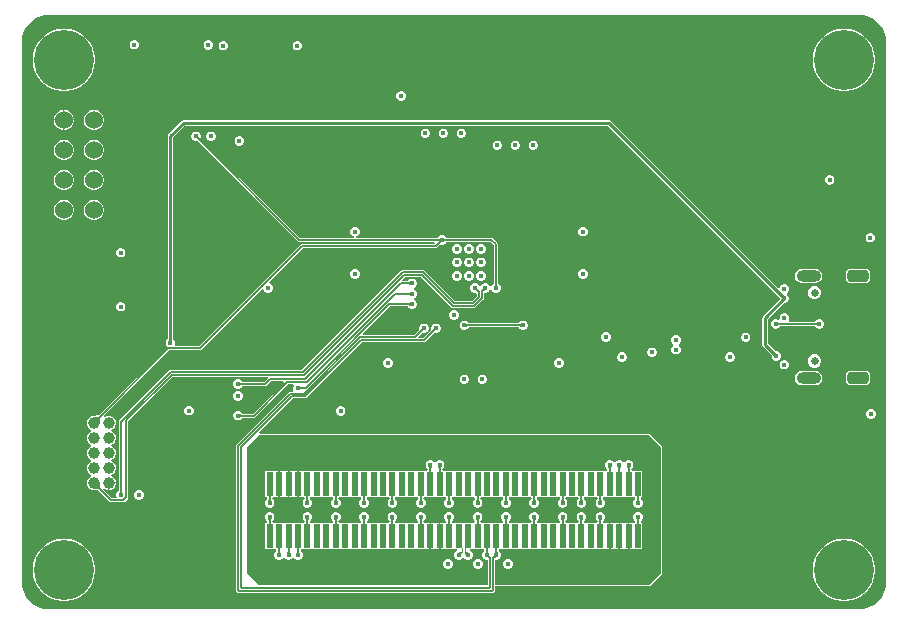
<source format=gbl>
G04*
G04 #@! TF.GenerationSoftware,Altium Limited,Altium Designer,24.2.2 (26)*
G04*
G04 Layer_Physical_Order=4*
G04 Layer_Color=16711680*
%FSLAX44Y44*%
%MOMM*%
G71*
G04*
G04 #@! TF.SameCoordinates,D28C2298-B94A-46E3-96D8-F5CEDD955656*
G04*
G04*
G04 #@! TF.FilePolarity,Positive*
G04*
G01*
G75*
%ADD11C,0.2540*%
%ADD13C,0.1524*%
%ADD14C,0.1270*%
%ADD21C,1.5240*%
%ADD32R,0.5000X2.0000*%
%ADD63C,0.1016*%
%ADD64C,0.6500*%
%ADD65O,2.1000X1.0000*%
G04:AMPARAMS|DCode=66|XSize=1.8mm|YSize=1mm|CornerRadius=0.25mm|HoleSize=0mm|Usage=FLASHONLY|Rotation=180.000|XOffset=0mm|YOffset=0mm|HoleType=Round|Shape=RoundedRectangle|*
%AMROUNDEDRECTD66*
21,1,1.8000,0.5000,0,0,180.0*
21,1,1.3000,1.0000,0,0,180.0*
1,1,0.5000,-0.6500,0.2500*
1,1,0.5000,0.6500,0.2500*
1,1,0.5000,0.6500,-0.2500*
1,1,0.5000,-0.6500,-0.2500*
%
%ADD66ROUNDEDRECTD66*%
%ADD67C,1.0000*%
%ADD68C,0.4524*%
%ADD69C,5.0800*%
%ADD70C,0.4572*%
G36*
X677606Y469694D02*
X681939Y468380D01*
X685933Y466245D01*
X689433Y463373D01*
X692306Y459873D01*
X694440Y455879D01*
X695754Y451546D01*
X696189Y447137D01*
X696169Y447040D01*
Y-10160D01*
X696189Y-10258D01*
X695754Y-14666D01*
X694440Y-18999D01*
X692306Y-22993D01*
X689433Y-26493D01*
X685933Y-29365D01*
X681939Y-31500D01*
X677606Y-32814D01*
X673197Y-33249D01*
X673100Y-33229D01*
X-12700D01*
X-12797Y-33249D01*
X-17206Y-32814D01*
X-21539Y-31500D01*
X-25533Y-29365D01*
X-29033Y-26493D01*
X-31906Y-22993D01*
X-34040Y-18999D01*
X-35354Y-14666D01*
X-35789Y-10258D01*
X-35769Y-10160D01*
Y447040D01*
X-35789Y447137D01*
X-35354Y451546D01*
X-34040Y455879D01*
X-31906Y459873D01*
X-29033Y463373D01*
X-25533Y466245D01*
X-21539Y468380D01*
X-17206Y469694D01*
X-12797Y470129D01*
X-12700Y470109D01*
X673100D01*
X673197Y470129D01*
X677606Y469694D01*
D02*
G37*
%LPC*%
G36*
X60561Y448575D02*
X58969D01*
X57499Y447966D01*
X56374Y446841D01*
X55765Y445371D01*
Y443779D01*
X56374Y442309D01*
X57499Y441184D01*
X58969Y440575D01*
X60561D01*
X62031Y441184D01*
X63156Y442309D01*
X63765Y443779D01*
Y445371D01*
X63156Y446841D01*
X62031Y447966D01*
X60561Y448575D01*
D02*
G37*
G36*
X123051Y448425D02*
X121459D01*
X119989Y447816D01*
X118864Y446691D01*
X118255Y445221D01*
Y443629D01*
X118864Y442159D01*
X119989Y441034D01*
X121459Y440425D01*
X123051D01*
X124521Y441034D01*
X125646Y442159D01*
X126255Y443629D01*
Y445221D01*
X125646Y446691D01*
X124521Y447816D01*
X123051Y448425D01*
D02*
G37*
G36*
X135921Y447895D02*
X134329D01*
X132859Y447286D01*
X131734Y446161D01*
X131125Y444691D01*
Y443099D01*
X131734Y441629D01*
X132859Y440504D01*
X134329Y439895D01*
X135921D01*
X137391Y440504D01*
X138516Y441629D01*
X139125Y443099D01*
Y444691D01*
X138516Y446161D01*
X137391Y447286D01*
X135921Y447895D01*
D02*
G37*
G36*
X198411Y447745D02*
X196819D01*
X195349Y447136D01*
X194224Y446011D01*
X193615Y444541D01*
Y442949D01*
X194224Y441479D01*
X195349Y440354D01*
X196819Y439745D01*
X198411D01*
X199881Y440354D01*
X201006Y441479D01*
X201615Y442949D01*
Y444541D01*
X201006Y446011D01*
X199881Y447136D01*
X198411Y447745D01*
D02*
G37*
G36*
X662479Y458216D02*
X658321D01*
X654214Y457566D01*
X650260Y456281D01*
X646555Y454393D01*
X643191Y451949D01*
X640251Y449009D01*
X637807Y445645D01*
X635919Y441940D01*
X634634Y437986D01*
X633984Y433879D01*
Y429721D01*
X634634Y425614D01*
X635919Y421660D01*
X637807Y417955D01*
X640251Y414591D01*
X643191Y411651D01*
X646555Y409207D01*
X650260Y407319D01*
X654214Y406034D01*
X658321Y405384D01*
X662479D01*
X666586Y406034D01*
X670540Y407319D01*
X674245Y409207D01*
X677609Y411651D01*
X680549Y414591D01*
X682993Y417955D01*
X684881Y421660D01*
X686166Y425614D01*
X686816Y429721D01*
Y433879D01*
X686166Y437986D01*
X684881Y441940D01*
X682993Y445645D01*
X680549Y449009D01*
X677609Y451949D01*
X674245Y454393D01*
X670540Y456281D01*
X666586Y457566D01*
X662479Y458216D01*
D02*
G37*
G36*
X2079D02*
X-2079D01*
X-6186Y457566D01*
X-10140Y456281D01*
X-13845Y454393D01*
X-17209Y451949D01*
X-20149Y449009D01*
X-22593Y445645D01*
X-24481Y441940D01*
X-25766Y437986D01*
X-26416Y433879D01*
Y429721D01*
X-25766Y425614D01*
X-24481Y421660D01*
X-22593Y417955D01*
X-20149Y414591D01*
X-17209Y411651D01*
X-13845Y409207D01*
X-10140Y407319D01*
X-6186Y406034D01*
X-2079Y405384D01*
X2079D01*
X6186Y406034D01*
X10140Y407319D01*
X13845Y409207D01*
X17209Y411651D01*
X20149Y414591D01*
X22593Y417955D01*
X24481Y421660D01*
X25766Y425614D01*
X26416Y429721D01*
Y433879D01*
X25766Y437986D01*
X24481Y441940D01*
X22593Y445645D01*
X20149Y449009D01*
X17209Y451949D01*
X13845Y454393D01*
X10140Y456281D01*
X6186Y457566D01*
X2079Y458216D01*
D02*
G37*
G36*
X286371Y405245D02*
X284779D01*
X283309Y404636D01*
X282184Y403511D01*
X281575Y402041D01*
Y400449D01*
X282184Y398979D01*
X283309Y397854D01*
X284779Y397245D01*
X286371D01*
X287841Y397854D01*
X288966Y398979D01*
X289575Y400449D01*
Y402041D01*
X288966Y403511D01*
X287841Y404636D01*
X286371Y405245D01*
D02*
G37*
G36*
X1137Y389636D02*
X508D01*
Y381508D01*
X8636D01*
Y382137D01*
X8048Y384333D01*
X6910Y386303D01*
X5303Y387910D01*
X3333Y389048D01*
X1137Y389636D01*
D02*
G37*
G36*
X-508D02*
X-1137D01*
X-3333Y389048D01*
X-5303Y387910D01*
X-6910Y386303D01*
X-8048Y384333D01*
X-8636Y382137D01*
Y381508D01*
X-508D01*
Y389636D01*
D02*
G37*
G36*
X26537D02*
X24263D01*
X22067Y389048D01*
X20097Y387910D01*
X18490Y386303D01*
X17352Y384333D01*
X16764Y382137D01*
Y379863D01*
X17352Y377667D01*
X18490Y375697D01*
X20097Y374090D01*
X22067Y372952D01*
X24263Y372364D01*
X26537D01*
X28733Y372952D01*
X30703Y374090D01*
X32311Y375697D01*
X33447Y377667D01*
X34036Y379863D01*
Y382137D01*
X33447Y384333D01*
X32311Y386303D01*
X30703Y387910D01*
X28733Y389048D01*
X26537Y389636D01*
D02*
G37*
G36*
X8636Y380492D02*
X508D01*
Y372364D01*
X1137D01*
X3333Y372952D01*
X5303Y374090D01*
X6910Y375697D01*
X8048Y377667D01*
X8636Y379863D01*
Y380492D01*
D02*
G37*
G36*
X-508D02*
X-8636D01*
Y379863D01*
X-8048Y377667D01*
X-6910Y375697D01*
X-5303Y374090D01*
X-3333Y372952D01*
X-1137Y372364D01*
X-508D01*
Y380492D01*
D02*
G37*
G36*
X337346Y373570D02*
X335754D01*
X334284Y372961D01*
X333159Y371836D01*
X332550Y370366D01*
Y368774D01*
X333159Y367304D01*
X334284Y366179D01*
X335754Y365570D01*
X337346D01*
X338816Y366179D01*
X339941Y367304D01*
X340550Y368774D01*
Y370366D01*
X339941Y371836D01*
X338816Y372961D01*
X337346Y373570D01*
D02*
G37*
G36*
X322106D02*
X320514D01*
X319044Y372961D01*
X317919Y371836D01*
X317310Y370366D01*
Y368774D01*
X317919Y367304D01*
X319044Y366179D01*
X320514Y365570D01*
X322106D01*
X323576Y366179D01*
X324701Y367304D01*
X325310Y368774D01*
Y370366D01*
X324701Y371836D01*
X323576Y372961D01*
X322106Y373570D01*
D02*
G37*
G36*
X306866D02*
X305274D01*
X303804Y372961D01*
X302679Y371836D01*
X302070Y370366D01*
Y368774D01*
X302679Y367304D01*
X303804Y366179D01*
X305274Y365570D01*
X306866D01*
X308336Y366179D01*
X309461Y367304D01*
X310070Y368774D01*
Y370366D01*
X309461Y371836D01*
X308336Y372961D01*
X306866Y373570D01*
D02*
G37*
G36*
X125256Y371030D02*
X123664D01*
X122194Y370421D01*
X121069Y369296D01*
X120460Y367826D01*
Y366234D01*
X121069Y364764D01*
X122194Y363639D01*
X123664Y363030D01*
X125256D01*
X126726Y363639D01*
X127851Y364764D01*
X128460Y366234D01*
Y367826D01*
X127851Y369296D01*
X126726Y370421D01*
X125256Y371030D01*
D02*
G37*
G36*
X149276Y367220D02*
X147684D01*
X146214Y366611D01*
X145089Y365486D01*
X144480Y364016D01*
Y362424D01*
X145089Y360954D01*
X146214Y359829D01*
X147684Y359220D01*
X149276D01*
X150746Y359829D01*
X151871Y360954D01*
X152480Y362424D01*
Y364016D01*
X151871Y365486D01*
X150746Y366611D01*
X149276Y367220D01*
D02*
G37*
G36*
X398306Y363410D02*
X396714D01*
X395244Y362801D01*
X394119Y361676D01*
X393510Y360206D01*
Y358614D01*
X394119Y357144D01*
X395244Y356019D01*
X396714Y355410D01*
X398306D01*
X399776Y356019D01*
X400901Y357144D01*
X401510Y358614D01*
Y360206D01*
X400901Y361676D01*
X399776Y362801D01*
X398306Y363410D01*
D02*
G37*
G36*
X383066D02*
X381474D01*
X380004Y362801D01*
X378879Y361676D01*
X378270Y360206D01*
Y358614D01*
X378879Y357144D01*
X380004Y356019D01*
X381474Y355410D01*
X383066D01*
X384536Y356019D01*
X385661Y357144D01*
X386270Y358614D01*
Y360206D01*
X385661Y361676D01*
X384536Y362801D01*
X383066Y363410D01*
D02*
G37*
G36*
X367826D02*
X366234D01*
X364764Y362801D01*
X363639Y361676D01*
X363030Y360206D01*
Y358614D01*
X363639Y357144D01*
X364764Y356019D01*
X366234Y355410D01*
X367826D01*
X369296Y356019D01*
X370421Y357144D01*
X371030Y358614D01*
Y360206D01*
X370421Y361676D01*
X369296Y362801D01*
X367826Y363410D01*
D02*
G37*
G36*
X26537Y364236D02*
X24263D01*
X22067Y363647D01*
X20097Y362510D01*
X18490Y360903D01*
X17352Y358933D01*
X16764Y356737D01*
Y354463D01*
X17352Y352267D01*
X18490Y350297D01*
X20097Y348689D01*
X22067Y347552D01*
X24263Y346964D01*
X26537D01*
X28733Y347552D01*
X30703Y348689D01*
X32311Y350297D01*
X33447Y352267D01*
X34036Y354463D01*
Y356737D01*
X33447Y358933D01*
X32311Y360903D01*
X30703Y362510D01*
X28733Y363647D01*
X26537Y364236D01*
D02*
G37*
G36*
X1137D02*
X-1137D01*
X-3333Y363647D01*
X-5303Y362510D01*
X-6910Y360903D01*
X-8048Y358933D01*
X-8636Y356737D01*
Y354463D01*
X-8048Y352267D01*
X-6910Y350297D01*
X-5303Y348689D01*
X-3333Y347552D01*
X-1137Y346964D01*
X1137D01*
X3333Y347552D01*
X5303Y348689D01*
X6910Y350297D01*
X8048Y352267D01*
X8636Y354463D01*
Y356737D01*
X8048Y358933D01*
X6910Y360903D01*
X5303Y362510D01*
X3333Y363647D01*
X1137Y364236D01*
D02*
G37*
G36*
X649056Y334260D02*
X647464D01*
X645994Y333651D01*
X644869Y332526D01*
X644260Y331056D01*
Y329464D01*
X644869Y327994D01*
X645994Y326869D01*
X647464Y326260D01*
X649056D01*
X650526Y326869D01*
X651651Y327994D01*
X652260Y329464D01*
Y331056D01*
X651651Y332526D01*
X650526Y333651D01*
X649056Y334260D01*
D02*
G37*
G36*
X26537Y338836D02*
X24263D01*
X22067Y338247D01*
X20097Y337110D01*
X18490Y335503D01*
X17352Y333533D01*
X16764Y331337D01*
Y329063D01*
X17352Y326867D01*
X18490Y324897D01*
X20097Y323289D01*
X22067Y322152D01*
X24263Y321564D01*
X26537D01*
X28733Y322152D01*
X30703Y323289D01*
X32311Y324897D01*
X33447Y326867D01*
X34036Y329063D01*
Y331337D01*
X33447Y333533D01*
X32311Y335503D01*
X30703Y337110D01*
X28733Y338247D01*
X26537Y338836D01*
D02*
G37*
G36*
X1137D02*
X-1137D01*
X-3333Y338247D01*
X-5303Y337110D01*
X-6910Y335503D01*
X-8048Y333533D01*
X-8636Y331337D01*
Y329063D01*
X-8048Y326867D01*
X-6910Y324897D01*
X-5303Y323289D01*
X-3333Y322152D01*
X-1137Y321564D01*
X1137D01*
X3333Y322152D01*
X5303Y323289D01*
X6910Y324897D01*
X8048Y326867D01*
X8636Y329063D01*
Y331337D01*
X8048Y333533D01*
X6910Y335503D01*
X5303Y337110D01*
X3333Y338247D01*
X1137Y338836D01*
D02*
G37*
G36*
X26537Y313436D02*
X24263D01*
X22067Y312847D01*
X20097Y311710D01*
X18490Y310103D01*
X17352Y308133D01*
X16764Y305937D01*
Y303663D01*
X17352Y301467D01*
X18490Y299497D01*
X20097Y297889D01*
X22067Y296752D01*
X24263Y296164D01*
X26537D01*
X28733Y296752D01*
X30703Y297889D01*
X32311Y299497D01*
X33447Y301467D01*
X34036Y303663D01*
Y305937D01*
X33447Y308133D01*
X32311Y310103D01*
X30703Y311710D01*
X28733Y312847D01*
X26537Y313436D01*
D02*
G37*
G36*
X1137D02*
X-1137D01*
X-3333Y312847D01*
X-5303Y311710D01*
X-6910Y310103D01*
X-8048Y308133D01*
X-8636Y305937D01*
Y303663D01*
X-8048Y301467D01*
X-6910Y299497D01*
X-5303Y297889D01*
X-3333Y296752D01*
X-1137Y296164D01*
X1137D01*
X3333Y296752D01*
X5303Y297889D01*
X6910Y299497D01*
X8048Y301467D01*
X8636Y303663D01*
Y305937D01*
X8048Y308133D01*
X6910Y310103D01*
X5303Y311710D01*
X3333Y312847D01*
X1137Y313436D01*
D02*
G37*
G36*
X440216Y290350D02*
X438624D01*
X437154Y289741D01*
X436029Y288616D01*
X435420Y287146D01*
Y285554D01*
X436029Y284084D01*
X437154Y282959D01*
X438624Y282350D01*
X440216D01*
X441686Y282959D01*
X442811Y284084D01*
X443420Y285554D01*
Y287146D01*
X442811Y288616D01*
X441686Y289741D01*
X440216Y290350D01*
D02*
G37*
G36*
X683715Y285195D02*
X682124D01*
X680654Y284586D01*
X679528Y283461D01*
X678919Y281991D01*
Y280399D01*
X679528Y278929D01*
X680654Y277804D01*
X682124Y277195D01*
X683715D01*
X685185Y277804D01*
X686310Y278929D01*
X686919Y280399D01*
Y281991D01*
X686310Y283461D01*
X685185Y284586D01*
X683715Y285195D01*
D02*
G37*
G36*
X48771Y272505D02*
X47179D01*
X45709Y271896D01*
X44584Y270771D01*
X43975Y269301D01*
Y267709D01*
X44584Y266239D01*
X45709Y265114D01*
X47179Y264505D01*
X48771D01*
X50241Y265114D01*
X51366Y266239D01*
X51975Y267709D01*
Y269301D01*
X51366Y270771D01*
X50241Y271896D01*
X48771Y272505D01*
D02*
G37*
G36*
X440216Y254350D02*
X438624D01*
X437154Y253741D01*
X436029Y252616D01*
X435420Y251146D01*
Y249554D01*
X436029Y248084D01*
X437154Y246959D01*
X438624Y246350D01*
X440216D01*
X441686Y246959D01*
X442811Y248084D01*
X443420Y249554D01*
Y251146D01*
X442811Y252616D01*
X441686Y253741D01*
X440216Y254350D01*
D02*
G37*
G36*
X678890Y255065D02*
X665890D01*
X664518Y254792D01*
X663355Y254015D01*
X662578Y252852D01*
X662305Y251480D01*
Y246480D01*
X662578Y245108D01*
X663355Y243945D01*
X664518Y243168D01*
X665890Y242895D01*
X678890D01*
X680262Y243168D01*
X681425Y243945D01*
X682202Y245108D01*
X682475Y246480D01*
Y251480D01*
X682202Y252852D01*
X681425Y254015D01*
X680262Y254792D01*
X678890Y255065D01*
D02*
G37*
G36*
X636090Y255114D02*
X625090D01*
X622743Y254647D01*
X620753Y253317D01*
X619423Y251327D01*
X618956Y248980D01*
X619423Y246633D01*
X620753Y244643D01*
X622743Y243313D01*
X625090Y242846D01*
X636090D01*
X638437Y243313D01*
X640427Y244643D01*
X641757Y246633D01*
X642224Y248980D01*
X641757Y251327D01*
X640427Y253317D01*
X638437Y254647D01*
X636090Y255114D01*
D02*
G37*
G36*
X636734Y240430D02*
X634446D01*
X632333Y239555D01*
X630715Y237937D01*
X629840Y235824D01*
Y233536D01*
X630715Y231423D01*
X632333Y229805D01*
X634446Y228930D01*
X636734D01*
X638847Y229805D01*
X640465Y231423D01*
X641340Y233536D01*
Y235824D01*
X640465Y237937D01*
X638847Y239555D01*
X636734Y240430D01*
D02*
G37*
G36*
X48771Y226785D02*
X47179D01*
X45709Y226176D01*
X44584Y225051D01*
X43975Y223581D01*
Y221989D01*
X44584Y220519D01*
X45709Y219394D01*
X47179Y218785D01*
X48771D01*
X50241Y219394D01*
X51366Y220519D01*
X51975Y221989D01*
Y223581D01*
X51366Y225051D01*
X50241Y226176D01*
X48771Y226785D01*
D02*
G37*
G36*
X330996Y219900D02*
X329404D01*
X327934Y219291D01*
X326809Y218166D01*
X326200Y216696D01*
Y215104D01*
X326809Y213634D01*
X327934Y212509D01*
X329404Y211900D01*
X330996D01*
X332466Y212509D01*
X333591Y213634D01*
X334200Y215104D01*
Y216696D01*
X333591Y218166D01*
X332466Y219291D01*
X330996Y219900D01*
D02*
G37*
G36*
X610776Y217280D02*
X609184D01*
X607714Y216671D01*
X606589Y215546D01*
X605980Y214076D01*
Y212484D01*
X606073Y212260D01*
X604996Y211540D01*
X604806Y211731D01*
X603336Y212340D01*
X601744D01*
X600274Y211731D01*
X599149Y210606D01*
X598540Y209136D01*
Y207544D01*
X599149Y206074D01*
X600274Y204949D01*
X601744Y204340D01*
X603336D01*
X604806Y204949D01*
X605931Y206074D01*
X606093Y206465D01*
X606163Y206497D01*
X636055D01*
X636122Y206467D01*
X636309Y206014D01*
X637434Y204889D01*
X638904Y204280D01*
X640496D01*
X641966Y204889D01*
X643091Y206014D01*
X643700Y207484D01*
Y209076D01*
X643091Y210546D01*
X641966Y211671D01*
X640496Y212280D01*
X638904D01*
X637434Y211671D01*
X636309Y210546D01*
X636147Y210155D01*
X636077Y210123D01*
X614139D01*
X613528Y211393D01*
X613980Y212484D01*
Y214076D01*
X613371Y215546D01*
X612246Y216671D01*
X610776Y217280D01*
D02*
G37*
G36*
X389416Y211010D02*
X387824D01*
X386354Y210401D01*
X385229Y209276D01*
X385001Y208726D01*
X384933Y208693D01*
X342777D01*
X342709Y208726D01*
X342481Y209276D01*
X341356Y210401D01*
X339886Y211010D01*
X338294D01*
X336824Y210401D01*
X335699Y209276D01*
X335090Y207806D01*
Y206214D01*
X335699Y204744D01*
X336824Y203619D01*
X338294Y203010D01*
X339886D01*
X341356Y203619D01*
X342481Y204744D01*
X342709Y205294D01*
X342777Y205327D01*
X384933D01*
X385001Y205294D01*
X385229Y204744D01*
X386354Y203619D01*
X387824Y203010D01*
X389416D01*
X390886Y203619D01*
X392011Y204744D01*
X392620Y206214D01*
Y207806D01*
X392011Y209276D01*
X390886Y210401D01*
X389416Y211010D01*
D02*
G37*
G36*
X459821Y201075D02*
X458229D01*
X456759Y200466D01*
X455634Y199341D01*
X455025Y197871D01*
Y196280D01*
X455634Y194809D01*
X456759Y193684D01*
X458229Y193075D01*
X459821D01*
X461291Y193684D01*
X462416Y194809D01*
X463025Y196280D01*
Y197871D01*
X462416Y199341D01*
X461291Y200466D01*
X459821Y201075D01*
D02*
G37*
G36*
X578091Y200925D02*
X576499D01*
X575029Y200316D01*
X573904Y199191D01*
X573295Y197721D01*
Y196129D01*
X573904Y194659D01*
X575029Y193534D01*
X576499Y192925D01*
X578091D01*
X579561Y193534D01*
X580686Y194659D01*
X581295Y196129D01*
Y197721D01*
X580686Y199191D01*
X579561Y200316D01*
X578091Y200925D01*
D02*
G37*
G36*
X518956Y198500D02*
X517364D01*
X515894Y197891D01*
X514769Y196766D01*
X514160Y195296D01*
Y193704D01*
X514769Y192234D01*
X515783Y191220D01*
X515843Y190500D01*
X515783Y189780D01*
X514769Y188766D01*
X514160Y187296D01*
Y185704D01*
X514769Y184234D01*
X515894Y183109D01*
X517364Y182500D01*
X518956D01*
X520426Y183109D01*
X521551Y184234D01*
X522160Y185704D01*
Y187296D01*
X521551Y188766D01*
X520537Y189780D01*
X520477Y190500D01*
X520537Y191220D01*
X521551Y192234D01*
X522160Y193704D01*
Y195296D01*
X521551Y196766D01*
X520426Y197891D01*
X518956Y198500D01*
D02*
G37*
G36*
X498636Y188150D02*
X497044D01*
X495574Y187541D01*
X494449Y186416D01*
X493840Y184946D01*
Y183354D01*
X494449Y181884D01*
X495574Y180759D01*
X497044Y180150D01*
X498636D01*
X500106Y180759D01*
X501231Y181884D01*
X501840Y183354D01*
Y184946D01*
X501231Y186416D01*
X500106Y187541D01*
X498636Y188150D01*
D02*
G37*
G36*
X461300Y380791D02*
X101600D01*
X100708Y380613D01*
X99952Y380108D01*
X88522Y368678D01*
X88017Y367922D01*
X87839Y367030D01*
Y195439D01*
X87834Y195426D01*
X86779Y194371D01*
X86170Y192901D01*
Y191310D01*
X86779Y189840D01*
X87286Y189332D01*
X87220Y188661D01*
X29970Y131410D01*
X29872Y131379D01*
X29684Y131221D01*
X29503Y131111D01*
X29247Y130996D01*
X28916Y130885D01*
X28510Y130786D01*
X28058Y130705D01*
X26179Y130563D01*
X25445Y130560D01*
X25246Y130476D01*
X24203D01*
X21992Y129560D01*
X20300Y127868D01*
X19384Y125657D01*
Y123263D01*
X20300Y121052D01*
X21992Y119360D01*
X23350Y118797D01*
Y117423D01*
X21992Y116860D01*
X20300Y115168D01*
X19384Y112957D01*
Y110563D01*
X20300Y108352D01*
X21992Y106660D01*
X23350Y106097D01*
Y104723D01*
X21992Y104160D01*
X20300Y102468D01*
X19384Y100257D01*
Y97863D01*
X20300Y95652D01*
X21992Y93960D01*
X23350Y93397D01*
Y92023D01*
X21992Y91460D01*
X20300Y89768D01*
X19384Y87557D01*
Y85163D01*
X20300Y82952D01*
X21992Y81260D01*
X23350Y80697D01*
Y79323D01*
X21992Y78760D01*
X20300Y77068D01*
X19384Y74857D01*
Y72463D01*
X20300Y70252D01*
X21992Y68560D01*
X24203Y67644D01*
X25246D01*
X25445Y67561D01*
X26190Y67557D01*
X27499Y67484D01*
X28034Y67419D01*
X28510Y67334D01*
X28916Y67235D01*
X29247Y67124D01*
X29503Y67009D01*
X29684Y66899D01*
X29872Y66740D01*
X29970Y66710D01*
X39005Y57675D01*
X39551Y57310D01*
X40195Y57182D01*
X50180D01*
X50824Y57310D01*
X51370Y57675D01*
X54085Y60390D01*
X54450Y60936D01*
X54578Y61580D01*
Y125858D01*
X92137Y163417D01*
X172435D01*
X172906Y162147D01*
X169923Y159163D01*
X151007D01*
X150939Y159196D01*
X150711Y159746D01*
X149586Y160871D01*
X148116Y161480D01*
X146524D01*
X145054Y160871D01*
X143929Y159746D01*
X143320Y158276D01*
Y156684D01*
X143929Y155214D01*
X145054Y154089D01*
X146524Y153480D01*
X148116D01*
X149586Y154089D01*
X150711Y155214D01*
X150939Y155764D01*
X151007Y155797D01*
X170620D01*
X171264Y155925D01*
X171811Y156290D01*
X175128Y159607D01*
X185927D01*
X186413Y158433D01*
X160323Y132343D01*
X151007D01*
X150939Y132376D01*
X150711Y132926D01*
X149586Y134051D01*
X148116Y134660D01*
X146524D01*
X145054Y134051D01*
X143929Y132926D01*
X143320Y131456D01*
Y129864D01*
X143929Y128394D01*
X145054Y127269D01*
X146524Y126660D01*
X148116D01*
X149586Y127269D01*
X150711Y128394D01*
X150939Y128944D01*
X151007Y128977D01*
X161020D01*
X161665Y129105D01*
X162211Y129470D01*
X189807Y157067D01*
X193911D01*
X194469Y155797D01*
X193980Y154616D01*
Y153024D01*
X194347Y152138D01*
X193615Y150868D01*
X191839D01*
X191195Y150740D01*
X190649Y150375D01*
X146130Y105856D01*
X145765Y105310D01*
X145637Y104666D01*
Y-17036D01*
X145765Y-17680D01*
X146130Y-18226D01*
X146874Y-18970D01*
X147420Y-19335D01*
X148064Y-19463D01*
X362853D01*
X363497Y-19335D01*
X364043Y-18970D01*
X364787Y-18226D01*
X365152Y-17680D01*
X365280Y-17036D01*
Y-13800D01*
X495300D01*
X496078Y-13478D01*
X506238Y-3318D01*
X506560Y-2540D01*
Y104140D01*
X506238Y104918D01*
X496078Y115078D01*
X495300Y115400D01*
X165822D01*
X165296Y116670D01*
X193842Y145216D01*
X204165D01*
X204809Y145344D01*
X205355Y145709D01*
X252273Y192627D01*
X304800D01*
X305444Y192755D01*
X305990Y193120D01*
X313543Y200672D01*
X313614Y200698D01*
X314164Y200470D01*
X315756D01*
X317226Y201079D01*
X318351Y202204D01*
X318960Y203674D01*
Y205266D01*
X318351Y206736D01*
X317226Y207861D01*
X315756Y208470D01*
X314164D01*
X312694Y207861D01*
X311569Y206736D01*
X310960Y205266D01*
Y203674D01*
X311188Y203124D01*
X311162Y203053D01*
X304103Y195993D01*
X300363D01*
X299877Y197167D01*
X303383Y200672D01*
X303454Y200698D01*
X304004Y200470D01*
X305596D01*
X307066Y201079D01*
X308191Y202204D01*
X308800Y203674D01*
Y205266D01*
X308191Y206736D01*
X307066Y207861D01*
X305596Y208470D01*
X304004D01*
X302534Y207861D01*
X301409Y206736D01*
X300800Y205266D01*
Y203674D01*
X301028Y203124D01*
X301002Y203053D01*
X296483Y198533D01*
X253373D01*
X252887Y199707D01*
X276287Y223107D01*
X290952D01*
X291021Y223074D01*
X291249Y222524D01*
X292374Y221399D01*
X293844Y220790D01*
X295436D01*
X296906Y221399D01*
X298031Y222524D01*
X298640Y223994D01*
Y225586D01*
X298031Y227056D01*
X296906Y228181D01*
X296021Y228548D01*
Y229922D01*
X296906Y230289D01*
X298031Y231414D01*
X298640Y232884D01*
Y234476D01*
X298031Y235946D01*
X296906Y237071D01*
X296021Y237438D01*
Y238812D01*
X296906Y239179D01*
X298031Y240304D01*
X298640Y241774D01*
Y243366D01*
X298031Y244836D01*
X296906Y245961D01*
X295436Y246570D01*
X293844D01*
X292374Y245961D01*
X291249Y244836D01*
X291021Y244286D01*
X290952Y244253D01*
X286530D01*
X286004Y245523D01*
X288461Y247981D01*
X302307D01*
X327958Y222330D01*
X328504Y221965D01*
X329148Y221837D01*
X347254D01*
X347898Y221965D01*
X348444Y222330D01*
X355012Y228898D01*
X355377Y229444D01*
X355505Y230088D01*
Y233621D01*
X356074Y234760D01*
X357666D01*
X359136Y235369D01*
X360261Y236494D01*
X360628Y237379D01*
X362002D01*
X362369Y236494D01*
X363494Y235369D01*
X364964Y234760D01*
X366556D01*
X368026Y235369D01*
X369151Y236494D01*
X369760Y237964D01*
Y239556D01*
X369151Y241026D01*
X368026Y242151D01*
X367476Y242379D01*
X367443Y242447D01*
Y275590D01*
X367315Y276234D01*
X366950Y276780D01*
X363140Y280590D01*
X362594Y280955D01*
X361950Y281083D01*
X323727D01*
X323659Y281116D01*
X323431Y281666D01*
X322306Y282791D01*
X320836Y283400D01*
X319244D01*
X317774Y282791D01*
X316649Y281666D01*
X316421Y281116D01*
X316353Y281083D01*
X247184D01*
X247176Y282350D01*
X248646Y282959D01*
X249771Y284084D01*
X250380Y285554D01*
Y287146D01*
X249771Y288616D01*
X248646Y289741D01*
X247176Y290350D01*
X245584D01*
X244114Y289741D01*
X242989Y288616D01*
X242380Y287146D01*
Y285554D01*
X242989Y284084D01*
X244114Y282959D01*
X245584Y282350D01*
X245576Y281083D01*
X200087D01*
X115558Y365613D01*
X115532Y365684D01*
X115760Y366234D01*
Y367826D01*
X115151Y369296D01*
X114026Y370421D01*
X112556Y371030D01*
X110964D01*
X109494Y370421D01*
X108369Y369296D01*
X107760Y367826D01*
Y366234D01*
X108369Y364764D01*
X109494Y363639D01*
X110964Y363030D01*
X112556D01*
X113106Y363258D01*
X113177Y363232D01*
X198200Y278210D01*
X198746Y277845D01*
X199390Y277717D01*
X313383D01*
X314017Y276447D01*
X313683Y276003D01*
X201725D01*
X201081Y275875D01*
X200535Y275510D01*
X114178Y189154D01*
X94535D01*
X93803Y190424D01*
X94170Y191310D01*
Y192901D01*
X93561Y194371D01*
X92506Y195426D01*
X92501Y195439D01*
Y366065D01*
X102565Y376129D01*
X460335D01*
X605975Y230489D01*
X605980Y230476D01*
Y229084D01*
X605975Y229071D01*
X592002Y215098D01*
X591497Y214342D01*
X591319Y213450D01*
Y190670D01*
X591497Y189778D01*
X592002Y189022D01*
X599279Y181745D01*
X599284Y181732D01*
Y180240D01*
X599893Y178770D01*
X601018Y177645D01*
X602488Y177036D01*
X604080D01*
X605550Y177645D01*
X606675Y178770D01*
X607284Y180240D01*
Y181832D01*
X606675Y183302D01*
X605550Y184427D01*
X604080Y185036D01*
X602588D01*
X602575Y185041D01*
X595981Y191635D01*
Y212484D01*
X609271Y225775D01*
X609284Y225780D01*
X610776D01*
X612246Y226389D01*
X613371Y227514D01*
X613980Y228984D01*
Y230576D01*
X613371Y232046D01*
X612357Y233060D01*
X612297Y233780D01*
X612357Y234500D01*
X613371Y235514D01*
X613980Y236984D01*
Y238576D01*
X613371Y240046D01*
X612246Y241171D01*
X610776Y241780D01*
X609184D01*
X607714Y241171D01*
X606589Y240046D01*
X606067Y238785D01*
X604807Y238249D01*
X462948Y380108D01*
X462192Y380613D01*
X461300Y380791D01*
D02*
G37*
G36*
X564751Y184035D02*
X563159D01*
X561689Y183426D01*
X560564Y182301D01*
X559955Y180831D01*
Y179239D01*
X560564Y177769D01*
X561689Y176644D01*
X563159Y176035D01*
X564751D01*
X566221Y176644D01*
X567346Y177769D01*
X567955Y179239D01*
Y180831D01*
X567346Y182301D01*
X566221Y183426D01*
X564751Y184035D01*
D02*
G37*
G36*
X473311D02*
X471719D01*
X470249Y183426D01*
X469124Y182301D01*
X468515Y180831D01*
Y179239D01*
X469124Y177769D01*
X470249Y176644D01*
X471719Y176035D01*
X473311D01*
X474781Y176644D01*
X475906Y177769D01*
X476515Y179239D01*
Y180831D01*
X475906Y182301D01*
X474781Y183426D01*
X473311Y184035D01*
D02*
G37*
G36*
X419896Y179260D02*
X418304D01*
X416834Y178651D01*
X415709Y177526D01*
X415100Y176056D01*
Y174464D01*
X415709Y172994D01*
X416834Y171869D01*
X418304Y171260D01*
X419896D01*
X421366Y171869D01*
X422491Y172994D01*
X423100Y174464D01*
Y176056D01*
X422491Y177526D01*
X421366Y178651D01*
X419896Y179260D01*
D02*
G37*
G36*
X275116D02*
X273524D01*
X272054Y178651D01*
X270929Y177526D01*
X270320Y176056D01*
Y174464D01*
X270929Y172994D01*
X272054Y171869D01*
X273524Y171260D01*
X275116D01*
X276586Y171869D01*
X277711Y172994D01*
X278320Y174464D01*
Y176056D01*
X277711Y177526D01*
X276586Y178651D01*
X275116Y179260D01*
D02*
G37*
G36*
X636734Y182630D02*
X634446D01*
X632333Y181755D01*
X630715Y180137D01*
X629840Y178024D01*
Y175736D01*
X630715Y173623D01*
X632333Y172005D01*
X634446Y171130D01*
X636734D01*
X638847Y172005D01*
X640465Y173623D01*
X641340Y175736D01*
Y178024D01*
X640465Y180137D01*
X638847Y181755D01*
X636734Y182630D01*
D02*
G37*
G36*
X610776Y177780D02*
X609184D01*
X607714Y177171D01*
X606589Y176046D01*
X605980Y174576D01*
Y172984D01*
X606589Y171514D01*
X607714Y170389D01*
X609184Y169780D01*
X610776D01*
X612246Y170389D01*
X613371Y171514D01*
X613980Y172984D01*
Y174576D01*
X613371Y176046D01*
X612246Y177171D01*
X610776Y177780D01*
D02*
G37*
G36*
X355126Y165290D02*
X353534D01*
X352064Y164681D01*
X350939Y163556D01*
X350330Y162086D01*
Y160494D01*
X350939Y159024D01*
X352064Y157899D01*
X353534Y157290D01*
X355126D01*
X356596Y157899D01*
X357721Y159024D01*
X358330Y160494D01*
Y162086D01*
X357721Y163556D01*
X356596Y164681D01*
X355126Y165290D01*
D02*
G37*
G36*
X339886D02*
X338294D01*
X336824Y164681D01*
X335699Y163556D01*
X335090Y162086D01*
Y160494D01*
X335699Y159024D01*
X336824Y157899D01*
X338294Y157290D01*
X339886D01*
X341356Y157899D01*
X342481Y159024D01*
X343090Y160494D01*
Y162086D01*
X342481Y163556D01*
X341356Y164681D01*
X339886Y165290D01*
D02*
G37*
G36*
X678890Y168665D02*
X665890D01*
X664518Y168392D01*
X663355Y167615D01*
X662578Y166452D01*
X662305Y165080D01*
Y160080D01*
X662578Y158708D01*
X663355Y157545D01*
X664518Y156768D01*
X665890Y156495D01*
X678890D01*
X680262Y156768D01*
X681425Y157545D01*
X682202Y158708D01*
X682475Y160080D01*
Y165080D01*
X682202Y166452D01*
X681425Y167615D01*
X680262Y168392D01*
X678890Y168665D01*
D02*
G37*
G36*
X636090Y168714D02*
X625090D01*
X622743Y168247D01*
X620753Y166917D01*
X619423Y164927D01*
X618956Y162580D01*
X619423Y160233D01*
X620753Y158243D01*
X622743Y156913D01*
X625090Y156446D01*
X636090D01*
X638437Y156913D01*
X640427Y158243D01*
X641757Y160233D01*
X642224Y162580D01*
X641757Y164927D01*
X640427Y166917D01*
X638437Y168247D01*
X636090Y168714D01*
D02*
G37*
G36*
X148116Y151320D02*
X146524D01*
X145054Y150711D01*
X143929Y149586D01*
X143320Y148116D01*
Y146524D01*
X143929Y145054D01*
X145054Y143929D01*
X146524Y143320D01*
X148116D01*
X149586Y143929D01*
X150711Y145054D01*
X151320Y146524D01*
Y148116D01*
X150711Y149586D01*
X149586Y150711D01*
X148116Y151320D01*
D02*
G37*
G36*
X106761Y138695D02*
X105169D01*
X103699Y138086D01*
X102574Y136961D01*
X101965Y135491D01*
Y133899D01*
X102574Y132429D01*
X103699Y131304D01*
X105169Y130695D01*
X106761D01*
X108231Y131304D01*
X109356Y132429D01*
X109965Y133899D01*
Y135491D01*
X109356Y136961D01*
X108231Y138086D01*
X106761Y138695D01*
D02*
G37*
G36*
X235191Y138545D02*
X233599D01*
X232129Y137936D01*
X231004Y136811D01*
X230395Y135341D01*
Y133749D01*
X231004Y132279D01*
X232129Y131154D01*
X233599Y130545D01*
X235191D01*
X236661Y131154D01*
X237786Y132279D01*
X238395Y133749D01*
Y135341D01*
X237786Y136811D01*
X236661Y137936D01*
X235191Y138545D01*
D02*
G37*
G36*
X684056Y136080D02*
X682464D01*
X680994Y135471D01*
X679869Y134346D01*
X679260Y132876D01*
Y131284D01*
X679869Y129814D01*
X680994Y128689D01*
X682464Y128080D01*
X684056D01*
X685526Y128689D01*
X686651Y129814D01*
X687260Y131284D01*
Y132876D01*
X686651Y134346D01*
X685526Y135471D01*
X684056Y136080D01*
D02*
G37*
G36*
X64296Y67500D02*
X62704D01*
X61234Y66891D01*
X60109Y65766D01*
X59500Y64296D01*
Y62704D01*
X60109Y61234D01*
X61234Y60109D01*
X62704Y59500D01*
X64296D01*
X65766Y60109D01*
X66891Y61234D01*
X67500Y62704D01*
Y64296D01*
X66891Y65766D01*
X65766Y66891D01*
X64296Y67500D01*
D02*
G37*
G36*
X662479Y26416D02*
X658321D01*
X654214Y25766D01*
X650260Y24481D01*
X646555Y22593D01*
X643191Y20149D01*
X640251Y17209D01*
X637807Y13845D01*
X635919Y10140D01*
X634634Y6186D01*
X633984Y2079D01*
Y-2079D01*
X634634Y-6186D01*
X635919Y-10140D01*
X637807Y-13845D01*
X640251Y-17209D01*
X643191Y-20149D01*
X646555Y-22593D01*
X650260Y-24481D01*
X654214Y-25766D01*
X658321Y-26416D01*
X662479D01*
X666586Y-25766D01*
X670540Y-24481D01*
X674245Y-22593D01*
X677609Y-20149D01*
X680549Y-17209D01*
X682993Y-13845D01*
X684881Y-10140D01*
X686166Y-6186D01*
X686816Y-2079D01*
Y2079D01*
X686166Y6186D01*
X684881Y10140D01*
X682993Y13845D01*
X680549Y17209D01*
X677609Y20149D01*
X674245Y22593D01*
X670540Y24481D01*
X666586Y25766D01*
X662479Y26416D01*
D02*
G37*
G36*
X2079D02*
X-2079D01*
X-6186Y25766D01*
X-10140Y24481D01*
X-13845Y22593D01*
X-17209Y20149D01*
X-20149Y17209D01*
X-22593Y13845D01*
X-24481Y10140D01*
X-25766Y6186D01*
X-26416Y2079D01*
Y-2079D01*
X-25766Y-6186D01*
X-24481Y-10140D01*
X-22593Y-13845D01*
X-20149Y-17209D01*
X-17209Y-20149D01*
X-13845Y-22593D01*
X-10140Y-24481D01*
X-6186Y-25766D01*
X-2079Y-26416D01*
X2079D01*
X6186Y-25766D01*
X10140Y-24481D01*
X13845Y-22593D01*
X17209Y-20149D01*
X20149Y-17209D01*
X22593Y-13845D01*
X24481Y-10140D01*
X25766Y-6186D01*
X26416Y-2079D01*
Y2079D01*
X25766Y6186D01*
X24481Y10140D01*
X22593Y13845D01*
X20149Y17209D01*
X17209Y20149D01*
X13845Y22593D01*
X10140Y24481D01*
X6186Y25766D01*
X2079Y26416D01*
D02*
G37*
%LPD*%
G36*
X604337Y209744D02*
X604504Y209603D01*
X604676Y209479D01*
X604854Y209371D01*
X605038Y209279D01*
X605227Y209205D01*
X605421Y209147D01*
X605621Y209105D01*
X605826Y209080D01*
X606037Y209072D01*
X606016Y207548D01*
X605806Y207540D01*
X605600Y207516D01*
X605400Y207475D01*
X605204Y207418D01*
X605014Y207345D01*
X604828Y207255D01*
X604647Y207150D01*
X604471Y207028D01*
X604300Y206890D01*
X604134Y206735D01*
X604176Y209902D01*
X604337Y209744D01*
D02*
G37*
G36*
X638064Y206718D02*
X637902Y206876D01*
X637736Y207017D01*
X637564Y207141D01*
X637386Y207249D01*
X637202Y207341D01*
X637014Y207415D01*
X636819Y207473D01*
X636619Y207515D01*
X636413Y207540D01*
X636203Y207548D01*
X636224Y209072D01*
X636434Y209080D01*
X636640Y209104D01*
X636840Y209145D01*
X637036Y209202D01*
X637226Y209275D01*
X637412Y209364D01*
X637593Y209470D01*
X637769Y209592D01*
X637940Y209730D01*
X638106Y209885D01*
X638064Y206718D01*
D02*
G37*
G36*
X387005Y205427D02*
X386818Y205607D01*
X386631Y205768D01*
X386442Y205910D01*
X386252Y206034D01*
X386062Y206138D01*
X385870Y206223D01*
X385677Y206290D01*
X385483Y206337D01*
X385288Y206366D01*
X385092Y206375D01*
Y207645D01*
X385288Y207654D01*
X385483Y207683D01*
X385677Y207730D01*
X385870Y207797D01*
X386062Y207882D01*
X386252Y207986D01*
X386442Y208110D01*
X386631Y208252D01*
X386818Y208413D01*
X387005Y208593D01*
Y205427D01*
D02*
G37*
G36*
X340892Y208413D02*
X341079Y208252D01*
X341268Y208110D01*
X341458Y207986D01*
X341648Y207882D01*
X341840Y207797D01*
X342033Y207730D01*
X342227Y207683D01*
X342422Y207654D01*
X342618Y207645D01*
Y206375D01*
X342422Y206366D01*
X342227Y206337D01*
X342033Y206290D01*
X341840Y206223D01*
X341648Y206138D01*
X341458Y206034D01*
X341268Y205910D01*
X341079Y205768D01*
X340892Y205607D01*
X340705Y205427D01*
Y208593D01*
X340892Y208413D01*
D02*
G37*
G36*
X114026Y366748D02*
X114045Y366502D01*
X114078Y366268D01*
X114125Y366046D01*
X114186Y365838D01*
X114261Y365642D01*
X114351Y365458D01*
X114454Y365288D01*
X114572Y365130D01*
X114704Y364984D01*
X113806Y364086D01*
X113660Y364218D01*
X113502Y364336D01*
X113332Y364440D01*
X113148Y364529D01*
X112952Y364604D01*
X112744Y364665D01*
X112522Y364712D01*
X112289Y364745D01*
X112042Y364764D01*
X111783Y364768D01*
X114022Y367007D01*
X114026Y366748D01*
D02*
G37*
G36*
X321842Y280803D02*
X322029Y280642D01*
X322218Y280500D01*
X322408Y280376D01*
X322598Y280272D01*
X322790Y280187D01*
X322983Y280120D01*
X323177Y280073D01*
X323372Y280044D01*
X323568Y280035D01*
Y278765D01*
X323372Y278755D01*
X323177Y278727D01*
X322983Y278680D01*
X322790Y278613D01*
X322598Y278528D01*
X322408Y278424D01*
X322218Y278300D01*
X322029Y278158D01*
X321842Y277997D01*
X321655Y277817D01*
Y280983D01*
X321842Y280803D01*
D02*
G37*
G36*
X318425Y278731D02*
X320017Y277138D01*
X319758Y277134D01*
X319512Y277115D01*
X319277Y277082D01*
X319056Y277035D01*
X318848Y276974D01*
X318652Y276899D01*
X318468Y276810D01*
X318298Y276706D01*
X318139Y276588D01*
X317994Y276456D01*
X317096Y277354D01*
X317228Y277500D01*
X317346Y277658D01*
X317449Y277828D01*
X317539Y278012D01*
X317614Y278208D01*
X317675Y278416D01*
X317676Y278421D01*
X317672Y278424D01*
X317482Y278528D01*
X317290Y278613D01*
X317097Y278680D01*
X316903Y278727D01*
X316708Y278755D01*
X316512Y278765D01*
Y280035D01*
X316708Y280044D01*
X316903Y280073D01*
X317097Y280120D01*
X317290Y280187D01*
X317482Y280272D01*
X317672Y280376D01*
X317862Y280500D01*
X318051Y280642D01*
X318238Y280803D01*
X318425Y280983D01*
Y278731D01*
D02*
G37*
G36*
X364077Y274893D02*
Y242447D01*
X364044Y242379D01*
X363494Y242151D01*
X362369Y241026D01*
X362002Y240141D01*
X360628D01*
X360261Y241026D01*
X359136Y242151D01*
X357666Y242760D01*
X356074D01*
X354604Y242151D01*
X353479Y241026D01*
X353112Y240141D01*
X351738D01*
X351371Y241026D01*
X350246Y242151D01*
X348776Y242760D01*
X347184D01*
X345714Y242151D01*
X344589Y241026D01*
X343980Y239556D01*
Y237964D01*
X344589Y236494D01*
X345714Y235369D01*
X347184Y234760D01*
X348776D01*
X349599Y233726D01*
Y231837D01*
X345505Y227743D01*
X330897D01*
X305990Y252650D01*
X305990Y252650D01*
X305246Y253394D01*
X304700Y253759D01*
X304056Y253887D01*
X286712D01*
X286068Y253759D01*
X285522Y253394D01*
X284778Y252650D01*
X284778Y252650D01*
X201451Y169323D01*
X90388D01*
X89744Y169195D01*
X89198Y168830D01*
X47070Y126702D01*
X46705Y126156D01*
X46577Y125512D01*
Y67188D01*
X46544Y67119D01*
X45994Y66891D01*
X44869Y65766D01*
X44260Y64296D01*
Y62704D01*
X44627Y61818D01*
X43895Y60548D01*
X40892D01*
X33188Y68253D01*
X33189Y68267D01*
X34496Y68756D01*
X34692Y68560D01*
X36903Y67644D01*
X37592D01*
Y73660D01*
X38100D01*
Y74168D01*
X44116D01*
Y74857D01*
X43200Y77068D01*
X41508Y78760D01*
X40150Y79323D01*
Y80697D01*
X41508Y81260D01*
X43200Y82952D01*
X44116Y85163D01*
Y87557D01*
X43200Y89768D01*
X41508Y91460D01*
X40150Y92023D01*
Y93397D01*
X41508Y93960D01*
X43200Y95652D01*
X44116Y97863D01*
Y100257D01*
X43200Y102468D01*
X41508Y104160D01*
X40150Y104723D01*
Y106097D01*
X41508Y106660D01*
X43200Y108352D01*
X44116Y110563D01*
Y112957D01*
X43200Y115168D01*
X41508Y116860D01*
X40150Y117423D01*
Y118797D01*
X41508Y119360D01*
X43200Y121052D01*
X44116Y123263D01*
Y125657D01*
X43200Y127868D01*
X41508Y129560D01*
X39297Y130476D01*
X36903D01*
X34692Y129560D01*
X34496Y129364D01*
X33189Y129853D01*
X33188Y129867D01*
X89108Y185787D01*
X114876D01*
X115520Y185915D01*
X116066Y186280D01*
X167552Y237766D01*
X168967Y237385D01*
X169334Y236499D01*
X170459Y235374D01*
X171929Y234765D01*
X173521D01*
X174991Y235374D01*
X176116Y236499D01*
X176725Y237969D01*
Y239561D01*
X176116Y241031D01*
X174991Y242156D01*
X174105Y242523D01*
X173724Y243938D01*
X202422Y272637D01*
X314960D01*
X315604Y272765D01*
X316150Y273130D01*
X318623Y275602D01*
X318694Y275628D01*
X319244Y275400D01*
X320836D01*
X322306Y276009D01*
X323431Y277134D01*
X323659Y277684D01*
X323727Y277717D01*
X361253D01*
X364077Y274893D01*
D02*
G37*
G36*
X293025Y240987D02*
X292838Y241167D01*
X292651Y241328D01*
X292462Y241470D01*
X292272Y241594D01*
X292082Y241698D01*
X291890Y241783D01*
X291697Y241850D01*
X291503Y241897D01*
X291308Y241926D01*
X291112Y241935D01*
Y243205D01*
X291308Y243214D01*
X291503Y243243D01*
X291697Y243290D01*
X291890Y243357D01*
X292082Y243442D01*
X292272Y243546D01*
X292462Y243670D01*
X292651Y243812D01*
X292838Y243973D01*
X293025Y244153D01*
Y240987D01*
D02*
G37*
G36*
X366404Y242092D02*
X366433Y241897D01*
X366480Y241703D01*
X366547Y241510D01*
X366632Y241318D01*
X366736Y241128D01*
X366860Y240938D01*
X367002Y240749D01*
X367163Y240562D01*
X367343Y240375D01*
X364177D01*
X364357Y240562D01*
X364518Y240749D01*
X364660Y240938D01*
X364784Y241128D01*
X364888Y241318D01*
X364973Y241510D01*
X365040Y241703D01*
X365087Y241897D01*
X365116Y242092D01*
X365125Y242288D01*
X366395D01*
X366404Y242092D01*
D02*
G37*
G36*
X356847Y236498D02*
X356588Y236494D01*
X356342Y236475D01*
X356107Y236442D01*
X355886Y236395D01*
X355678Y236334D01*
X355482Y236259D01*
X355298Y236169D01*
X355128Y236066D01*
X354969Y235948D01*
X354824Y235816D01*
X353926Y236714D01*
X354058Y236859D01*
X354176Y237018D01*
X354280Y237188D01*
X354369Y237372D01*
X354444Y237568D01*
X354505Y237776D01*
X354552Y237997D01*
X354585Y238232D01*
X354604Y238478D01*
X354608Y238737D01*
X356847Y236498D01*
D02*
G37*
G36*
X350246Y238478D02*
X350265Y238232D01*
X350298Y237997D01*
X350345Y237776D01*
X350406Y237568D01*
X350481Y237372D01*
X350570Y237188D01*
X350674Y237018D01*
X350792Y236859D01*
X350924Y236714D01*
X350026Y235816D01*
X349880Y235948D01*
X349722Y236066D01*
X349552Y236169D01*
X349368Y236259D01*
X349172Y236334D01*
X348964Y236395D01*
X348742Y236442D01*
X348508Y236475D01*
X348262Y236494D01*
X348003Y236498D01*
X350242Y238737D01*
X350246Y238478D01*
D02*
G37*
G36*
X293025Y232097D02*
X292838Y232277D01*
X292651Y232438D01*
X292462Y232580D01*
X292272Y232704D01*
X292082Y232808D01*
X291890Y232893D01*
X291697Y232960D01*
X291503Y233007D01*
X291308Y233036D01*
X291112Y233045D01*
Y234315D01*
X291308Y234324D01*
X291503Y234353D01*
X291697Y234400D01*
X291890Y234467D01*
X292082Y234552D01*
X292272Y234656D01*
X292462Y234780D01*
X292651Y234922D01*
X292838Y235083D01*
X293025Y235263D01*
Y232097D01*
D02*
G37*
G36*
X608775Y232786D02*
X609256Y232371D01*
X609397Y232269D01*
X609529Y232187D01*
X609650Y232123D01*
X609762Y232077D01*
X609865Y232050D01*
X609957Y232042D01*
X607718Y229803D01*
X607710Y229895D01*
X607683Y229998D01*
X607637Y230110D01*
X607573Y230231D01*
X607491Y230363D01*
X607389Y230504D01*
X607131Y230815D01*
X606974Y230985D01*
X606799Y231165D01*
X608595Y232961D01*
X608775Y232786D01*
D02*
G37*
G36*
X609957Y227518D02*
X609865Y227510D01*
X609762Y227483D01*
X609650Y227437D01*
X609529Y227373D01*
X609397Y227290D01*
X609256Y227189D01*
X608945Y226931D01*
X608775Y226774D01*
X608595Y226599D01*
X606799Y228395D01*
X606974Y228575D01*
X607389Y229056D01*
X607491Y229197D01*
X607573Y229329D01*
X607637Y229450D01*
X607683Y229562D01*
X607710Y229665D01*
X607718Y229757D01*
X609957Y227518D01*
D02*
G37*
G36*
X293025Y223207D02*
X292838Y223387D01*
X292651Y223548D01*
X292462Y223690D01*
X292272Y223814D01*
X292082Y223918D01*
X291890Y224003D01*
X291697Y224070D01*
X291503Y224117D01*
X291308Y224146D01*
X291112Y224155D01*
Y225425D01*
X291308Y225434D01*
X291503Y225463D01*
X291697Y225510D01*
X291890Y225577D01*
X292082Y225662D01*
X292272Y225766D01*
X292462Y225890D01*
X292651Y226032D01*
X292838Y226193D01*
X293025Y226373D01*
Y223207D01*
D02*
G37*
G36*
X314937Y202208D02*
X314678Y202204D01*
X314431Y202185D01*
X314198Y202152D01*
X313976Y202105D01*
X313768Y202044D01*
X313572Y201969D01*
X313388Y201880D01*
X313218Y201776D01*
X313060Y201658D01*
X312914Y201526D01*
X312016Y202424D01*
X312148Y202570D01*
X312266Y202728D01*
X312369Y202898D01*
X312459Y203082D01*
X312534Y203278D01*
X312595Y203486D01*
X312642Y203708D01*
X312675Y203941D01*
X312694Y204188D01*
X312698Y204447D01*
X314937Y202208D01*
D02*
G37*
G36*
X304777D02*
X304518Y202204D01*
X304272Y202185D01*
X304037Y202152D01*
X303816Y202105D01*
X303608Y202044D01*
X303412Y201969D01*
X303228Y201880D01*
X303058Y201776D01*
X302899Y201658D01*
X302754Y201526D01*
X301856Y202424D01*
X301988Y202570D01*
X302106Y202728D01*
X302209Y202898D01*
X302299Y203082D01*
X302374Y203278D01*
X302435Y203486D01*
X302482Y203708D01*
X302515Y203941D01*
X302534Y204188D01*
X302538Y204447D01*
X304777Y202208D01*
D02*
G37*
G36*
X91443Y195083D02*
X91490Y194449D01*
X91518Y194278D01*
X91553Y194127D01*
X91594Y193995D01*
X91641Y193884D01*
X91694Y193792D01*
X91753Y193721D01*
X88587D01*
X88646Y193792D01*
X88699Y193884D01*
X88746Y193995D01*
X88787Y194127D01*
X88822Y194278D01*
X88850Y194449D01*
X88888Y194852D01*
X88897Y195083D01*
X88900Y195335D01*
X91440D01*
X91443Y195083D01*
D02*
G37*
G36*
X602079Y184042D02*
X602560Y183627D01*
X602701Y183526D01*
X602833Y183443D01*
X602954Y183379D01*
X603066Y183333D01*
X603169Y183306D01*
X603261Y183298D01*
X601022Y181059D01*
X601014Y181151D01*
X600987Y181254D01*
X600941Y181366D01*
X600877Y181487D01*
X600794Y181619D01*
X600693Y181760D01*
X600435Y182071D01*
X600278Y182241D01*
X600103Y182421D01*
X601899Y184217D01*
X602079Y184042D01*
D02*
G37*
G36*
X149122Y158883D02*
X149309Y158722D01*
X149498Y158580D01*
X149688Y158456D01*
X149878Y158352D01*
X150070Y158267D01*
X150263Y158200D01*
X150457Y158153D01*
X150652Y158125D01*
X150848Y158115D01*
Y156845D01*
X150652Y156835D01*
X150457Y156807D01*
X150263Y156760D01*
X150070Y156693D01*
X149878Y156608D01*
X149688Y156504D01*
X149498Y156380D01*
X149309Y156238D01*
X149122Y156077D01*
X148935Y155897D01*
Y159063D01*
X149122Y158883D01*
D02*
G37*
G36*
X199782Y155223D02*
X199969Y155062D01*
X200158Y154920D01*
X200348Y154796D01*
X200538Y154692D01*
X200730Y154607D01*
X200923Y154540D01*
X201117Y154493D01*
X201312Y154465D01*
X201508Y154455D01*
Y153185D01*
X201312Y153175D01*
X201117Y153147D01*
X200923Y153100D01*
X200730Y153033D01*
X200538Y152948D01*
X200348Y152844D01*
X200158Y152720D01*
X199969Y152578D01*
X199782Y152417D01*
X199595Y152237D01*
Y155403D01*
X199782Y155223D01*
D02*
G37*
G36*
X149122Y132063D02*
X149309Y131902D01*
X149498Y131760D01*
X149688Y131636D01*
X149878Y131532D01*
X150070Y131447D01*
X150263Y131380D01*
X150457Y131333D01*
X150652Y131305D01*
X150848Y131295D01*
Y130025D01*
X150652Y130015D01*
X150457Y129987D01*
X150263Y129940D01*
X150070Y129873D01*
X149878Y129788D01*
X149688Y129684D01*
X149498Y129560D01*
X149309Y129418D01*
X149122Y129257D01*
X148935Y129077D01*
Y132243D01*
X149122Y132063D01*
D02*
G37*
G36*
X31477Y129639D02*
X31265Y129387D01*
X31077Y129076D01*
X30911Y128708D01*
X30768Y128282D01*
X30649Y127798D01*
X30553Y127256D01*
X30480Y126657D01*
X30403Y125283D01*
X30400Y124510D01*
X25450Y129460D01*
X26223Y129463D01*
X28196Y129613D01*
X28738Y129709D01*
X29222Y129828D01*
X29648Y129971D01*
X30016Y130136D01*
X30327Y130325D01*
X30579Y130537D01*
X31477Y129639D01*
D02*
G37*
G36*
X30403Y72837D02*
X30553Y70864D01*
X30649Y70322D01*
X30768Y69838D01*
X30911Y69412D01*
X31077Y69044D01*
X31265Y68733D01*
X31477Y68481D01*
X30579Y67583D01*
X30327Y67795D01*
X30016Y67983D01*
X29648Y68149D01*
X29222Y68292D01*
X28738Y68411D01*
X28196Y68507D01*
X27596Y68580D01*
X26223Y68657D01*
X25450Y68660D01*
X30400Y73610D01*
X30403Y72837D01*
D02*
G37*
G36*
X48905Y66832D02*
X48933Y66637D01*
X48980Y66443D01*
X49047Y66250D01*
X49132Y66058D01*
X49236Y65868D01*
X49360Y65678D01*
X49502Y65489D01*
X49663Y65302D01*
X49843Y65115D01*
X46677D01*
X46857Y65302D01*
X47018Y65489D01*
X47160Y65678D01*
X47284Y65868D01*
X47388Y66058D01*
X47473Y66250D01*
X47540Y66443D01*
X47587Y66637D01*
X47615Y66832D01*
X47625Y67028D01*
X48895D01*
X48905Y66832D01*
D02*
G37*
G36*
X455603Y43098D02*
X455442Y42911D01*
X455300Y42722D01*
X455176Y42532D01*
X455072Y42342D01*
X454987Y42150D01*
X454920Y41957D01*
X454873Y41763D01*
X454845Y41568D01*
X454835Y41372D01*
X453565D01*
X453555Y41568D01*
X453527Y41763D01*
X453480Y41957D01*
X453413Y42150D01*
X453328Y42342D01*
X453224Y42532D01*
X453100Y42722D01*
X452958Y42911D01*
X452797Y43098D01*
X452617Y43285D01*
X455783D01*
X455603Y43098D01*
D02*
G37*
G36*
X439603D02*
X439442Y42911D01*
X439300Y42722D01*
X439176Y42532D01*
X439072Y42342D01*
X438987Y42150D01*
X438920Y41957D01*
X438873Y41763D01*
X438844Y41568D01*
X438835Y41372D01*
X437565D01*
X437556Y41568D01*
X437527Y41763D01*
X437480Y41957D01*
X437413Y42150D01*
X437328Y42342D01*
X437224Y42532D01*
X437100Y42722D01*
X436958Y42911D01*
X436797Y43098D01*
X436617Y43285D01*
X439783D01*
X439603Y43098D01*
D02*
G37*
G36*
X423603D02*
X423442Y42911D01*
X423300Y42722D01*
X423176Y42532D01*
X423072Y42342D01*
X422987Y42150D01*
X422920Y41957D01*
X422873Y41763D01*
X422845Y41568D01*
X422835Y41372D01*
X421565D01*
X421555Y41568D01*
X421527Y41763D01*
X421480Y41957D01*
X421413Y42150D01*
X421328Y42342D01*
X421224Y42532D01*
X421100Y42722D01*
X420958Y42911D01*
X420797Y43098D01*
X420617Y43285D01*
X423783D01*
X423603Y43098D01*
D02*
G37*
G36*
X399603D02*
X399442Y42911D01*
X399300Y42722D01*
X399176Y42532D01*
X399072Y42342D01*
X398987Y42150D01*
X398920Y41957D01*
X398873Y41763D01*
X398844Y41568D01*
X398835Y41372D01*
X397565D01*
X397556Y41568D01*
X397527Y41763D01*
X397480Y41957D01*
X397413Y42150D01*
X397328Y42342D01*
X397224Y42532D01*
X397100Y42722D01*
X396958Y42911D01*
X396797Y43098D01*
X396617Y43285D01*
X399783D01*
X399603Y43098D01*
D02*
G37*
G36*
X375603D02*
X375442Y42911D01*
X375300Y42722D01*
X375176Y42532D01*
X375072Y42342D01*
X374987Y42150D01*
X374920Y41957D01*
X374873Y41763D01*
X374845Y41568D01*
X374835Y41372D01*
X373565D01*
X373555Y41568D01*
X373527Y41763D01*
X373480Y41957D01*
X373413Y42150D01*
X373328Y42342D01*
X373224Y42532D01*
X373100Y42722D01*
X372958Y42911D01*
X372797Y43098D01*
X372617Y43285D01*
X375783D01*
X375603Y43098D01*
D02*
G37*
G36*
X351603D02*
X351442Y42911D01*
X351300Y42722D01*
X351176Y42532D01*
X351072Y42342D01*
X350987Y42150D01*
X350920Y41957D01*
X350873Y41763D01*
X350844Y41568D01*
X350835Y41372D01*
X349565D01*
X349556Y41568D01*
X349527Y41763D01*
X349480Y41957D01*
X349413Y42150D01*
X349328Y42342D01*
X349224Y42532D01*
X349100Y42722D01*
X348958Y42911D01*
X348797Y43098D01*
X348617Y43285D01*
X351783D01*
X351603Y43098D01*
D02*
G37*
G36*
X327603D02*
X327442Y42911D01*
X327300Y42722D01*
X327176Y42532D01*
X327072Y42342D01*
X326987Y42150D01*
X326920Y41957D01*
X326873Y41763D01*
X326844Y41568D01*
X326835Y41372D01*
X325565D01*
X325555Y41568D01*
X325527Y41763D01*
X325480Y41957D01*
X325413Y42150D01*
X325328Y42342D01*
X325224Y42532D01*
X325100Y42722D01*
X324958Y42911D01*
X324797Y43098D01*
X324617Y43285D01*
X327783D01*
X327603Y43098D01*
D02*
G37*
G36*
X454841Y39792D02*
X454860Y39571D01*
X454892Y39376D01*
X454937Y39207D01*
X454994Y39064D01*
X455064Y38947D01*
X455146Y38856D01*
X455241Y38791D01*
X455349Y38752D01*
X455470Y38739D01*
X452930D01*
X453051Y38752D01*
X453159Y38791D01*
X453254Y38856D01*
X453336Y38947D01*
X453406Y39064D01*
X453463Y39207D01*
X453508Y39376D01*
X453540Y39571D01*
X453559Y39792D01*
X453565Y40040D01*
X454835D01*
X454841Y39792D01*
D02*
G37*
G36*
X398841D02*
X398860Y39571D01*
X398892Y39376D01*
X398937Y39207D01*
X398994Y39064D01*
X399064Y38947D01*
X399146Y38856D01*
X399241Y38791D01*
X399349Y38752D01*
X399470Y38739D01*
X396930D01*
X397051Y38752D01*
X397159Y38791D01*
X397254Y38856D01*
X397336Y38947D01*
X397406Y39064D01*
X397463Y39207D01*
X397508Y39376D01*
X397540Y39571D01*
X397559Y39792D01*
X397565Y40040D01*
X398835D01*
X398841Y39792D01*
D02*
G37*
G36*
X438841Y39792D02*
X438860Y39571D01*
X438892Y39376D01*
X438937Y39207D01*
X438994Y39064D01*
X439064Y38947D01*
X439146Y38856D01*
X439241Y38791D01*
X439349Y38752D01*
X439470Y38739D01*
X436930D01*
X437051Y38752D01*
X437159Y38791D01*
X437254Y38856D01*
X437336Y38947D01*
X437406Y39064D01*
X437463Y39207D01*
X437508Y39376D01*
X437540Y39571D01*
X437559Y39792D01*
X437565Y40040D01*
X438835D01*
X438841Y39792D01*
D02*
G37*
G36*
X422841D02*
X422860Y39571D01*
X422892Y39376D01*
X422937Y39207D01*
X422994Y39064D01*
X423064Y38947D01*
X423146Y38856D01*
X423241Y38791D01*
X423349Y38752D01*
X423470Y38739D01*
X420930D01*
X421051Y38752D01*
X421159Y38791D01*
X421254Y38856D01*
X421336Y38947D01*
X421406Y39064D01*
X421463Y39207D01*
X421508Y39376D01*
X421540Y39571D01*
X421559Y39792D01*
X421565Y40040D01*
X422835D01*
X422841Y39792D01*
D02*
G37*
G36*
X374841D02*
X374860Y39571D01*
X374892Y39376D01*
X374937Y39207D01*
X374994Y39064D01*
X375064Y38947D01*
X375146Y38856D01*
X375241Y38791D01*
X375349Y38752D01*
X375470Y38739D01*
X372930D01*
X373051Y38752D01*
X373159Y38791D01*
X373254Y38856D01*
X373336Y38947D01*
X373406Y39064D01*
X373463Y39207D01*
X373508Y39376D01*
X373540Y39571D01*
X373559Y39792D01*
X373565Y40040D01*
X374835D01*
X374841Y39792D01*
D02*
G37*
G36*
X350841D02*
X350860Y39571D01*
X350892Y39376D01*
X350937Y39207D01*
X350994Y39064D01*
X351064Y38947D01*
X351146Y38856D01*
X351241Y38791D01*
X351349Y38752D01*
X351470Y38739D01*
X348930D01*
X349051Y38752D01*
X349159Y38791D01*
X349254Y38856D01*
X349336Y38947D01*
X349406Y39064D01*
X349463Y39207D01*
X349508Y39376D01*
X349540Y39571D01*
X349559Y39792D01*
X349565Y40040D01*
X350835D01*
X350841Y39792D01*
D02*
G37*
G36*
X326841D02*
X326860Y39571D01*
X326892Y39376D01*
X326937Y39207D01*
X326994Y39064D01*
X327064Y38947D01*
X327146Y38856D01*
X327241Y38791D01*
X327349Y38752D01*
X327470Y38739D01*
X324930D01*
X325051Y38752D01*
X325159Y38791D01*
X325254Y38856D01*
X325336Y38947D01*
X325406Y39064D01*
X325463Y39207D01*
X325508Y39376D01*
X325540Y39571D01*
X325559Y39792D01*
X325565Y40040D01*
X326835D01*
X326841Y39792D01*
D02*
G37*
G36*
X505460Y104140D02*
Y-2540D01*
X495300Y-12700D01*
X365280D01*
Y8617D01*
X365404Y8700D01*
X366996D01*
X368466Y9309D01*
X369591Y10434D01*
X370200Y11904D01*
Y13496D01*
X369591Y14966D01*
X368466Y16091D01*
X368754Y17346D01*
X369113Y17784D01*
X370684Y17784D01*
X370986Y17784D01*
X377414D01*
X377716Y17784D01*
X378684D01*
X378986Y17784D01*
X385414D01*
X385716Y17784D01*
X386684D01*
X386986Y17784D01*
X393414D01*
X393716Y17784D01*
X394986Y17784D01*
X401414D01*
X401716Y17784D01*
X402684D01*
X402986Y17784D01*
X409414D01*
X410684Y17784D01*
X410986Y17784D01*
X417414D01*
X417716Y17784D01*
X418684D01*
X418986Y17784D01*
X425414D01*
X425716Y17784D01*
X426684D01*
X426986Y17784D01*
X433414D01*
X433716Y17784D01*
X434684D01*
X434986Y17784D01*
X441414D01*
X441716Y17784D01*
X442986Y17784D01*
X449414D01*
X449716Y17784D01*
X450684D01*
X450986Y17784D01*
X457414D01*
X458684Y17784D01*
X458986Y17784D01*
X461559D01*
X461559Y17802D01*
X461540Y18018D01*
X461508Y18208D01*
X461463Y18373D01*
X461406Y18513D01*
X461336Y18627D01*
X461254Y18716D01*
X461159Y18780D01*
X461051Y18818D01*
X460930Y18830D01*
X461692D01*
Y28800D01*
Y39816D01*
X458986D01*
X457716Y39816D01*
X457414Y39816D01*
X457113D01*
X456753Y40253D01*
X456466Y41509D01*
X457591Y42634D01*
X458200Y44104D01*
Y45696D01*
X457591Y47166D01*
X456466Y48291D01*
X454996Y48900D01*
X453404D01*
X451934Y48291D01*
X450809Y47166D01*
X450200Y45696D01*
Y44104D01*
X450809Y42634D01*
X451934Y41509D01*
X451647Y40253D01*
X451287Y39816D01*
X449716Y39816D01*
X449414Y39816D01*
X442986D01*
X442684Y39816D01*
X441113Y39816D01*
X440753Y40253D01*
X440466Y41509D01*
X441591Y42634D01*
X442200Y44104D01*
Y45696D01*
X441591Y47166D01*
X440466Y48291D01*
X438996Y48900D01*
X437404D01*
X435934Y48291D01*
X434809Y47166D01*
X434200Y45696D01*
Y44104D01*
X434809Y42634D01*
X435934Y41509D01*
X435647Y40253D01*
X435287Y39816D01*
X433716Y39816D01*
X433414Y39816D01*
X426986D01*
X426684Y39816D01*
X425716D01*
X425414Y39816D01*
X425112D01*
X424753Y40253D01*
X424466Y41509D01*
X425591Y42634D01*
X426200Y44104D01*
Y45696D01*
X425591Y47166D01*
X424466Y48291D01*
X422996Y48900D01*
X421404D01*
X419934Y48291D01*
X418809Y47166D01*
X418200Y45696D01*
Y44104D01*
X418809Y42634D01*
X419934Y41509D01*
X419647Y40253D01*
X419287Y39816D01*
X417716Y39816D01*
X417414Y39816D01*
X410986D01*
X409716Y39816D01*
X409414Y39816D01*
X402986D01*
X402684Y39816D01*
X401716D01*
X401414Y39816D01*
X401113D01*
X400753Y40253D01*
X400466Y41509D01*
X401591Y42634D01*
X402200Y44104D01*
Y45696D01*
X401591Y47166D01*
X400466Y48291D01*
X398996Y48900D01*
X397404D01*
X395934Y48291D01*
X394809Y47166D01*
X394200Y45696D01*
Y44104D01*
X394809Y42634D01*
X395934Y41509D01*
X395647Y40253D01*
X395287Y39816D01*
X394684Y39816D01*
X393414Y39816D01*
X386986D01*
X386684Y39816D01*
X385716D01*
X385414Y39816D01*
X378986D01*
X378684Y39816D01*
X377716D01*
X377414Y39816D01*
X377113D01*
X376753Y40253D01*
X376466Y41509D01*
X377591Y42634D01*
X378200Y44104D01*
Y45696D01*
X377591Y47166D01*
X376466Y48291D01*
X374996Y48900D01*
X373404D01*
X371934Y48291D01*
X370809Y47166D01*
X370200Y45696D01*
Y44104D01*
X370809Y42634D01*
X371934Y41509D01*
X371647Y40253D01*
X371287Y39816D01*
X369716Y39816D01*
X369414Y39816D01*
X362684D01*
Y39816D01*
X361716D01*
Y39816D01*
X354986D01*
X354684Y39816D01*
X353716D01*
X353414Y39816D01*
X353113D01*
X352753Y40253D01*
X352466Y41509D01*
X353591Y42634D01*
X354200Y44104D01*
Y45696D01*
X353591Y47166D01*
X352466Y48291D01*
X350996Y48900D01*
X349404D01*
X347934Y48291D01*
X346809Y47166D01*
X346200Y45696D01*
Y44104D01*
X346809Y42634D01*
X347934Y41509D01*
X347647Y40253D01*
X347287Y39816D01*
X345716Y39816D01*
X345414Y39816D01*
X338684D01*
Y39816D01*
X337716D01*
Y39816D01*
X330986D01*
X330684Y39816D01*
X329716D01*
X329414Y39816D01*
X329113D01*
X328753Y40253D01*
X328466Y41509D01*
X329591Y42634D01*
X330200Y44104D01*
Y45696D01*
X329591Y47166D01*
X328466Y48291D01*
X326996Y48900D01*
X325404D01*
X323934Y48291D01*
X322809Y47166D01*
X322200Y45696D01*
Y44104D01*
X322809Y42634D01*
X323934Y41509D01*
X323647Y40253D01*
X323287Y39816D01*
X321716Y39816D01*
X321414Y39816D01*
X318708D01*
Y28800D01*
Y18830D01*
X319470D01*
X319349Y18818D01*
X319241Y18780D01*
X319146Y18716D01*
X319064Y18627D01*
X318994Y18513D01*
X318937Y18373D01*
X318892Y18208D01*
X318860Y18018D01*
X318841Y17802D01*
X318841Y17784D01*
X321414D01*
X321716Y17784D01*
X322684D01*
X322986Y17784D01*
X329414D01*
X329716Y17784D01*
X330684D01*
X330986Y17784D01*
X332703D01*
X332955Y16514D01*
X331934Y16091D01*
X330809Y14966D01*
X330200Y13496D01*
Y11904D01*
X330809Y10434D01*
X331934Y9309D01*
X333404Y8700D01*
X334996D01*
X336466Y9309D01*
X337480Y10323D01*
X338200Y10383D01*
X338920Y10323D01*
X339934Y9309D01*
X341404Y8700D01*
X342996D01*
X344466Y9309D01*
X345591Y10434D01*
X346200Y11904D01*
Y13496D01*
X345591Y14966D01*
X344466Y16091D01*
X343445Y16514D01*
X343697Y17784D01*
X345414D01*
X345716Y17784D01*
X346684D01*
X346986Y17784D01*
X353414D01*
X353716Y17784D01*
X354684D01*
X355287Y17784D01*
X355646Y17346D01*
X355934Y16091D01*
X354809Y14966D01*
X354200Y13496D01*
Y11904D01*
X354809Y10434D01*
X355934Y9309D01*
X357404Y8700D01*
X358996D01*
X359374Y8447D01*
Y-12700D01*
X165100D01*
X154940Y-2540D01*
Y104140D01*
X165100Y114300D01*
X495300D01*
X505460Y104140D01*
D02*
G37*
G36*
X367349Y18818D02*
X367241Y18780D01*
X367146Y18716D01*
X367064Y18627D01*
X366994Y18513D01*
X366937Y18373D01*
X366892Y18208D01*
X366860Y18018D01*
X366841Y17802D01*
X366835Y17560D01*
X365565D01*
X365559Y17802D01*
X365540Y18018D01*
X365508Y18208D01*
X365463Y18373D01*
X365406Y18513D01*
X365336Y18627D01*
X365254Y18716D01*
X365159Y18780D01*
X365051Y18818D01*
X364930Y18830D01*
X367470D01*
X367349Y18818D01*
D02*
G37*
G36*
X359349D02*
X359241Y18780D01*
X359146Y18716D01*
X359064Y18627D01*
X358994Y18513D01*
X358937Y18373D01*
X358892Y18208D01*
X358860Y18018D01*
X358841Y17802D01*
X358835Y17560D01*
X357565D01*
X357559Y17802D01*
X357540Y18018D01*
X357508Y18208D01*
X357463Y18373D01*
X357406Y18513D01*
X357336Y18627D01*
X357254Y18716D01*
X357159Y18780D01*
X357051Y18818D01*
X356930Y18830D01*
X359470D01*
X359349Y18818D01*
D02*
G37*
G36*
X366844Y16032D02*
X366873Y15837D01*
X366920Y15643D01*
X366987Y15450D01*
X367072Y15258D01*
X367176Y15068D01*
X367300Y14878D01*
X367442Y14689D01*
X367603Y14502D01*
X367783Y14315D01*
X364617D01*
X364797Y14502D01*
X364958Y14689D01*
X365100Y14878D01*
X365224Y15068D01*
X365328Y15258D01*
X365413Y15450D01*
X365480Y15643D01*
X365527Y15837D01*
X365555Y16032D01*
X365565Y16228D01*
X366835D01*
X366844Y16032D01*
D02*
G37*
G36*
X358844D02*
X358873Y15837D01*
X358920Y15643D01*
X358987Y15450D01*
X359072Y15258D01*
X359176Y15068D01*
X359300Y14878D01*
X359442Y14689D01*
X359603Y14502D01*
X359783Y14315D01*
X356617D01*
X356797Y14502D01*
X356958Y14689D01*
X357100Y14878D01*
X357224Y15068D01*
X357328Y15258D01*
X357413Y15450D01*
X357480Y15643D01*
X357527Y15837D01*
X357556Y16032D01*
X357565Y16228D01*
X358835D01*
X358844Y16032D01*
D02*
G37*
G36*
X340176Y15458D02*
X340328Y15351D01*
X340498Y15257D01*
X340686Y15176D01*
X340890Y15108D01*
X341113Y15053D01*
X341353Y15011D01*
X341610Y14982D01*
X341885Y14965D01*
X342177Y14962D01*
X339938Y12723D01*
X339935Y13015D01*
X339889Y13547D01*
X339847Y13787D01*
X339792Y14010D01*
X339724Y14215D01*
X339643Y14402D01*
X339549Y14572D01*
X339442Y14724D01*
X339323Y14859D01*
X340041Y15577D01*
X340176Y15458D01*
D02*
G37*
G36*
X337077Y14859D02*
X336958Y14724D01*
X336851Y14572D01*
X336757Y14402D01*
X336676Y14215D01*
X336608Y14010D01*
X336553Y13787D01*
X336511Y13547D01*
X336482Y13290D01*
X336465Y13015D01*
X336462Y12723D01*
X334223Y14962D01*
X334515Y14965D01*
X335047Y15011D01*
X335287Y15053D01*
X335510Y15108D01*
X335714Y15176D01*
X335902Y15257D01*
X336072Y15351D01*
X336224Y15458D01*
X336359Y15577D01*
X337077Y14859D01*
D02*
G37*
G36*
X366177Y10438D02*
X365918Y10434D01*
X365672Y10415D01*
X365438Y10382D01*
X365216Y10335D01*
X365008Y10274D01*
X364812Y10199D01*
X364628Y10109D01*
X364458Y10006D01*
X364300Y9888D01*
X364154Y9756D01*
X363256Y10654D01*
X363388Y10799D01*
X363506Y10958D01*
X363610Y11128D01*
X363699Y11312D01*
X363774Y11508D01*
X363835Y11716D01*
X363882Y11938D01*
X363915Y12171D01*
X363934Y12418D01*
X363938Y12677D01*
X366177Y10438D01*
D02*
G37*
G36*
X360466Y12418D02*
X360485Y12171D01*
X360518Y11938D01*
X360565Y11716D01*
X360626Y11508D01*
X360701Y11312D01*
X360790Y11128D01*
X360894Y10958D01*
X361012Y10799D01*
X361144Y10654D01*
X360246Y9756D01*
X360100Y9888D01*
X359942Y10006D01*
X359772Y10109D01*
X359588Y10199D01*
X359392Y10274D01*
X359184Y10335D01*
X358963Y10382D01*
X358728Y10415D01*
X358482Y10434D01*
X358223Y10438D01*
X360462Y12677D01*
X360466Y12418D01*
D02*
G37*
%LPC*%
G36*
X353856Y275780D02*
X352264D01*
X350794Y275171D01*
X349669Y274046D01*
X349060Y272576D01*
Y270984D01*
X349669Y269514D01*
X350794Y268389D01*
X352264Y267780D01*
X353856D01*
X355326Y268389D01*
X356451Y269514D01*
X357060Y270984D01*
Y272576D01*
X356451Y274046D01*
X355326Y275171D01*
X353856Y275780D01*
D02*
G37*
G36*
X343696D02*
X342104D01*
X340634Y275171D01*
X339509Y274046D01*
X338900Y272576D01*
Y270984D01*
X339509Y269514D01*
X340634Y268389D01*
X342104Y267780D01*
X343696D01*
X345166Y268389D01*
X346291Y269514D01*
X346900Y270984D01*
Y272576D01*
X346291Y274046D01*
X345166Y275171D01*
X343696Y275780D01*
D02*
G37*
G36*
X333536D02*
X331944D01*
X330474Y275171D01*
X329349Y274046D01*
X328740Y272576D01*
Y270984D01*
X329349Y269514D01*
X330474Y268389D01*
X331944Y267780D01*
X333536D01*
X335006Y268389D01*
X336131Y269514D01*
X336740Y270984D01*
Y272576D01*
X336131Y274046D01*
X335006Y275171D01*
X333536Y275780D01*
D02*
G37*
G36*
X353856Y264350D02*
X352264D01*
X350794Y263741D01*
X349669Y262616D01*
X349060Y261146D01*
Y259554D01*
X349669Y258084D01*
X350794Y256959D01*
X352264Y256350D01*
X353856D01*
X355326Y256959D01*
X356451Y258084D01*
X357060Y259554D01*
Y261146D01*
X356451Y262616D01*
X355326Y263741D01*
X353856Y264350D01*
D02*
G37*
G36*
X343696D02*
X342104D01*
X340634Y263741D01*
X339509Y262616D01*
X338900Y261146D01*
Y259554D01*
X339509Y258084D01*
X340634Y256959D01*
X342104Y256350D01*
X343696D01*
X345166Y256959D01*
X346291Y258084D01*
X346900Y259554D01*
Y261146D01*
X346291Y262616D01*
X345166Y263741D01*
X343696Y264350D01*
D02*
G37*
G36*
X333536D02*
X331944D01*
X330474Y263741D01*
X329349Y262616D01*
X328740Y261146D01*
Y259554D01*
X329349Y258084D01*
X330474Y256959D01*
X331944Y256350D01*
X333536D01*
X335006Y256959D01*
X336131Y258084D01*
X336740Y259554D01*
Y261146D01*
X336131Y262616D01*
X335006Y263741D01*
X333536Y264350D01*
D02*
G37*
G36*
X247176Y254350D02*
X245584D01*
X244114Y253741D01*
X242989Y252616D01*
X242380Y251146D01*
Y249554D01*
X242989Y248084D01*
X244114Y246959D01*
X245584Y246350D01*
X247176D01*
X248646Y246959D01*
X249771Y248084D01*
X250380Y249554D01*
Y251146D01*
X249771Y252616D01*
X248646Y253741D01*
X247176Y254350D01*
D02*
G37*
G36*
X353856Y252920D02*
X352264D01*
X350794Y252311D01*
X349669Y251186D01*
X349060Y249716D01*
Y248124D01*
X349669Y246654D01*
X350794Y245529D01*
X352264Y244920D01*
X353856D01*
X355326Y245529D01*
X356451Y246654D01*
X357060Y248124D01*
Y249716D01*
X356451Y251186D01*
X355326Y252311D01*
X353856Y252920D01*
D02*
G37*
G36*
X343696D02*
X342104D01*
X340634Y252311D01*
X339509Y251186D01*
X338900Y249716D01*
Y248124D01*
X339509Y246654D01*
X340634Y245529D01*
X342104Y244920D01*
X343696D01*
X345166Y245529D01*
X346291Y246654D01*
X346900Y248124D01*
Y249716D01*
X346291Y251186D01*
X345166Y252311D01*
X343696Y252920D01*
D02*
G37*
G36*
X333536D02*
X331944D01*
X330474Y252311D01*
X329349Y251186D01*
X328740Y249716D01*
Y248124D01*
X329349Y246654D01*
X330474Y245529D01*
X331944Y244920D01*
X333536D01*
X335006Y245529D01*
X336131Y246654D01*
X336740Y248124D01*
Y249716D01*
X336131Y251186D01*
X335006Y252311D01*
X333536Y252920D01*
D02*
G37*
G36*
X44116Y73152D02*
X38608D01*
Y67644D01*
X39297D01*
X41508Y68560D01*
X43200Y70252D01*
X44116Y72463D01*
Y73152D01*
D02*
G37*
G36*
X478996Y92900D02*
X477404D01*
X475934Y92291D01*
X474920Y91277D01*
X474200Y91217D01*
X473480Y91277D01*
X472466Y92291D01*
X470996Y92900D01*
X469404D01*
X467934Y92291D01*
X466920Y91277D01*
X466200Y91217D01*
X465480Y91277D01*
X464466Y92291D01*
X462996Y92900D01*
X461404D01*
X459934Y92291D01*
X458809Y91166D01*
X458200Y89696D01*
Y88104D01*
X458809Y86634D01*
X459934Y85509D01*
X459647Y84253D01*
X459287Y83816D01*
X458684Y83816D01*
X457414Y83816D01*
X450986D01*
X450684Y83816D01*
X449716D01*
X449414Y83816D01*
X442986D01*
X441716Y83816D01*
X441414Y83816D01*
X434986D01*
X434684Y83816D01*
X433716D01*
X433414Y83816D01*
X426986D01*
X426684Y83816D01*
X425716D01*
X425414Y83816D01*
X418986D01*
X418684Y83816D01*
X417716D01*
X417414Y83816D01*
X410986D01*
X410684Y83816D01*
X409414Y83816D01*
X402986D01*
X402684Y83816D01*
X401716D01*
X401414Y83816D01*
X394986D01*
X393716Y83816D01*
X393414Y83816D01*
X386986D01*
X386684Y83816D01*
X385716D01*
X385414Y83816D01*
X378986D01*
X378684Y83816D01*
X377716D01*
X377414Y83816D01*
X370986D01*
X370684Y83816D01*
X369716D01*
X369414Y83816D01*
X362986D01*
X362684Y83816D01*
X361716D01*
X361414Y83816D01*
X354986D01*
X354684Y83816D01*
X353716D01*
X353414Y83816D01*
X346986D01*
X346684Y83816D01*
X345716D01*
X345414Y83816D01*
X338986D01*
X338684Y83816D01*
X337716D01*
X337414Y83816D01*
X330986D01*
X330684Y83816D01*
X329716D01*
X329414Y83816D01*
X322986D01*
X322684Y83816D01*
X321716D01*
X321414Y83816D01*
X321113D01*
X320753Y84253D01*
X320466Y85509D01*
X321591Y86634D01*
X322200Y88104D01*
Y89696D01*
X321591Y91166D01*
X320466Y92291D01*
X318996Y92900D01*
X317404D01*
X315934Y92291D01*
X314920Y91277D01*
X314200Y91217D01*
X313480Y91277D01*
X312466Y92291D01*
X310996Y92900D01*
X309404D01*
X307934Y92291D01*
X306809Y91166D01*
X306200Y89696D01*
Y88104D01*
X306809Y86634D01*
X307934Y85509D01*
X307647Y84253D01*
X307287Y83816D01*
X305716Y83816D01*
X305414Y83816D01*
X298986D01*
X298684Y83816D01*
X297716D01*
X297414Y83816D01*
X290986D01*
X290684Y83816D01*
X289716D01*
X289414Y83816D01*
X282986D01*
X282684Y83816D01*
X281716D01*
X281414Y83816D01*
X274986D01*
X274684Y83816D01*
X273716D01*
X273414Y83816D01*
X266986D01*
X266684Y83816D01*
X265414Y83816D01*
X258986D01*
X258684Y83816D01*
X257716D01*
X257414Y83816D01*
X250986D01*
X249716Y83816D01*
X249414Y83816D01*
X242986D01*
X242684Y83816D01*
X241716D01*
X241414Y83816D01*
X234986D01*
X234684Y83816D01*
X233716D01*
X233414Y83816D01*
X226986D01*
X226684Y83816D01*
X225716D01*
X225414Y83816D01*
X218986D01*
X218684Y83816D01*
X217414Y83816D01*
X210986D01*
X210684Y83816D01*
X209716D01*
X209414Y83816D01*
X202986D01*
X201716Y83816D01*
X201414Y83816D01*
X198841D01*
X198841Y83792D01*
X198860Y83571D01*
X198892Y83376D01*
X198937Y83207D01*
X198994Y83064D01*
X199064Y82947D01*
X199146Y82856D01*
X199241Y82791D01*
X199349Y82752D01*
X199470Y82739D01*
X198708D01*
Y72800D01*
Y61784D01*
X201414D01*
X202684Y61784D01*
X203287Y61784D01*
X203646Y61346D01*
X203934Y60091D01*
X202809Y58966D01*
X202200Y57496D01*
Y55904D01*
X202809Y54434D01*
X203934Y53309D01*
X205404Y52700D01*
X206996D01*
X208466Y53309D01*
X209591Y54434D01*
X210200Y55904D01*
Y57496D01*
X209591Y58966D01*
X208466Y60091D01*
X208754Y61346D01*
X209113Y61784D01*
X210684Y61784D01*
X210986Y61784D01*
X217414D01*
X217716Y61784D01*
X218986Y61784D01*
X225414D01*
X225716Y61784D01*
X226684D01*
X227287Y61784D01*
X227646Y61347D01*
X227934Y60091D01*
X226809Y58966D01*
X226200Y57496D01*
Y55904D01*
X226809Y54434D01*
X227934Y53309D01*
X229404Y52700D01*
X230996D01*
X232466Y53309D01*
X233591Y54434D01*
X234200Y55904D01*
Y57496D01*
X233591Y58966D01*
X232466Y60091D01*
X232754Y61347D01*
X233113Y61784D01*
X234684Y61784D01*
X234986Y61784D01*
X241414D01*
X241716Y61784D01*
X242684D01*
X242986Y61784D01*
X249414D01*
X250684Y61784D01*
X251287Y61784D01*
X251646Y61346D01*
X251934Y60091D01*
X250809Y58966D01*
X250200Y57496D01*
Y55904D01*
X250809Y54434D01*
X251934Y53309D01*
X253404Y52700D01*
X254996D01*
X256466Y53309D01*
X257591Y54434D01*
X258200Y55904D01*
Y57496D01*
X257591Y58966D01*
X256466Y60091D01*
X256754Y61346D01*
X257113Y61784D01*
X258684Y61784D01*
X258986Y61784D01*
X265414D01*
X265716Y61784D01*
X266986Y61784D01*
X273414D01*
X273716Y61784D01*
X274684D01*
X275287Y61784D01*
X275646Y61347D01*
X275934Y60091D01*
X274809Y58966D01*
X274200Y57496D01*
Y55904D01*
X274809Y54434D01*
X275934Y53309D01*
X277404Y52700D01*
X278996D01*
X280466Y53309D01*
X281591Y54434D01*
X282200Y55904D01*
Y57496D01*
X281591Y58966D01*
X280466Y60091D01*
X280754Y61347D01*
X281113Y61784D01*
X282684Y61784D01*
X282986Y61784D01*
X289414D01*
X289716Y61784D01*
X290684D01*
X290986Y61784D01*
X297414D01*
X297716Y61784D01*
X298684D01*
X299287Y61784D01*
X299646Y61347D01*
X299934Y60091D01*
X298809Y58966D01*
X298200Y57496D01*
Y55904D01*
X298809Y54434D01*
X299934Y53309D01*
X301404Y52700D01*
X302996D01*
X304466Y53309D01*
X305591Y54434D01*
X306200Y55904D01*
Y57496D01*
X305591Y58966D01*
X304466Y60091D01*
X304754Y61347D01*
X305113Y61784D01*
X306684Y61784D01*
X306986Y61784D01*
X313414D01*
X313716Y61784D01*
X314684D01*
X314986Y61784D01*
X321414D01*
X321716Y61784D01*
X322684D01*
X323287Y61784D01*
X323646Y61347D01*
X323934Y60091D01*
X322809Y58966D01*
X322200Y57496D01*
Y55904D01*
X322809Y54434D01*
X323934Y53309D01*
X325404Y52700D01*
X326996D01*
X328466Y53309D01*
X329591Y54434D01*
X330200Y55904D01*
Y57496D01*
X329591Y58966D01*
X328466Y60091D01*
X328754Y61347D01*
X329113Y61784D01*
X330684Y61784D01*
X330986Y61784D01*
X337414D01*
X337716Y61784D01*
X338684D01*
X338986Y61784D01*
X345414D01*
X345716Y61784D01*
X346684D01*
X347287Y61784D01*
X347646Y61347D01*
X347934Y60091D01*
X346809Y58966D01*
X346200Y57496D01*
Y55904D01*
X346809Y54434D01*
X347934Y53309D01*
X349404Y52700D01*
X350996D01*
X352466Y53309D01*
X353591Y54434D01*
X354200Y55904D01*
Y57496D01*
X353591Y58966D01*
X352466Y60091D01*
X352754Y61347D01*
X353113Y61784D01*
X354684Y61784D01*
X354986Y61784D01*
X361414D01*
X361716Y61784D01*
X362684D01*
X362986Y61784D01*
X369414D01*
X369716Y61784D01*
X370684D01*
X371287Y61784D01*
X371646Y61347D01*
X371934Y60091D01*
X370809Y58966D01*
X370200Y57496D01*
Y55904D01*
X370809Y54434D01*
X371934Y53309D01*
X373404Y52700D01*
X374996D01*
X376466Y53309D01*
X377591Y54434D01*
X378200Y55904D01*
Y57496D01*
X377591Y58966D01*
X376466Y60091D01*
X376754Y61347D01*
X377113Y61784D01*
X378684Y61784D01*
X378986Y61784D01*
X385414D01*
X385716Y61784D01*
X386684D01*
X386986Y61784D01*
X393414D01*
X394684Y61784D01*
X395287Y61784D01*
X395646Y61346D01*
X395934Y60091D01*
X394809Y58966D01*
X394200Y57496D01*
Y55904D01*
X394809Y54434D01*
X395934Y53309D01*
X397404Y52700D01*
X398996D01*
X400466Y53309D01*
X401591Y54434D01*
X402200Y55904D01*
Y57496D01*
X401591Y58966D01*
X400466Y60091D01*
X400754Y61346D01*
X401113Y61784D01*
X402684Y61784D01*
X402986Y61784D01*
X409414D01*
X409716Y61784D01*
X410986Y61784D01*
X417414D01*
X417716Y61784D01*
X418684D01*
X419287Y61784D01*
X419646Y61347D01*
X419934Y60091D01*
X418809Y58966D01*
X418200Y57496D01*
Y55904D01*
X418809Y54434D01*
X419934Y53309D01*
X421404Y52700D01*
X422996D01*
X424466Y53309D01*
X425591Y54434D01*
X426200Y55904D01*
Y57496D01*
X425591Y58966D01*
X424466Y60091D01*
X424754Y61347D01*
X425113Y61784D01*
X426684Y61784D01*
X426986Y61784D01*
X433414D01*
X433716Y61784D01*
X434684D01*
X435287Y61784D01*
X435646Y61347D01*
X435934Y60091D01*
X434809Y58966D01*
X434200Y57496D01*
Y55904D01*
X434809Y54434D01*
X435934Y53309D01*
X437404Y52700D01*
X438996D01*
X440466Y53309D01*
X441591Y54434D01*
X442200Y55904D01*
Y57496D01*
X441591Y58966D01*
X440466Y60091D01*
X440754Y61347D01*
X441113Y61784D01*
X442684Y61784D01*
X442986Y61784D01*
X449414D01*
X449716Y61784D01*
X450684D01*
X451287Y61784D01*
X451646Y61346D01*
X451934Y60091D01*
X450809Y58966D01*
X450200Y57496D01*
Y55904D01*
X450809Y54434D01*
X451934Y53309D01*
X453404Y52700D01*
X454996D01*
X456466Y53309D01*
X457591Y54434D01*
X458200Y55904D01*
Y57496D01*
X457591Y58966D01*
X456466Y60091D01*
X456754Y61346D01*
X457113Y61784D01*
X457716Y61784D01*
X458986Y61784D01*
X465414D01*
X465716Y61784D01*
X466684D01*
X466986Y61784D01*
X473414D01*
X473716Y61784D01*
X474684D01*
X474986Y61784D01*
X481414D01*
X481716Y61784D01*
X482684D01*
X483287Y61784D01*
X483646Y61347D01*
X483934Y60091D01*
X482809Y58966D01*
X482200Y57496D01*
Y55904D01*
X482809Y54434D01*
X483934Y53309D01*
X485404Y52700D01*
X486996D01*
X488466Y53309D01*
X489591Y54434D01*
X490200Y55904D01*
Y57496D01*
X489591Y58966D01*
X488466Y60091D01*
X488754Y61347D01*
X489113Y61784D01*
X489716D01*
Y83816D01*
X482986D01*
X482684Y83816D01*
X481716D01*
X481414Y83816D01*
X481113D01*
X480753Y84253D01*
X480466Y85509D01*
X481591Y86634D01*
X482200Y88104D01*
Y89696D01*
X481591Y91166D01*
X480466Y92291D01*
X478996Y92900D01*
D02*
G37*
G36*
X194684Y83816D02*
X193716D01*
X193414Y83816D01*
X190841D01*
X190841Y83792D01*
X190860Y83571D01*
X190892Y83376D01*
X190937Y83207D01*
X190994Y83064D01*
X191064Y82947D01*
X191146Y82856D01*
X191241Y82791D01*
X191349Y82752D01*
X191470Y82739D01*
X190708D01*
Y72800D01*
Y61784D01*
X193414D01*
X193716Y61784D01*
X194684D01*
X194986Y61784D01*
X197692D01*
Y72800D01*
Y82739D01*
X196930D01*
X197051Y82752D01*
X197159Y82791D01*
X197254Y82856D01*
X197336Y82947D01*
X197406Y83064D01*
X197463Y83207D01*
X197508Y83376D01*
X197540Y83571D01*
X197559Y83792D01*
X197559Y83816D01*
X194986D01*
X194684Y83816D01*
D02*
G37*
G36*
X186684D02*
X185716D01*
X185414Y83816D01*
X182841D01*
X182841Y83792D01*
X182860Y83571D01*
X182892Y83376D01*
X182937Y83207D01*
X182994Y83064D01*
X183064Y82947D01*
X183146Y82856D01*
X183241Y82791D01*
X183349Y82752D01*
X183470Y82739D01*
X182708D01*
Y72800D01*
Y61784D01*
X185414D01*
X185716Y61784D01*
X186684D01*
X186986Y61784D01*
X189692D01*
Y72800D01*
Y82739D01*
X188930D01*
X189051Y82752D01*
X189159Y82791D01*
X189254Y82856D01*
X189336Y82947D01*
X189406Y83064D01*
X189463Y83207D01*
X189508Y83376D01*
X189540Y83571D01*
X189559Y83792D01*
X189559Y83816D01*
X186986D01*
X186684Y83816D01*
D02*
G37*
G36*
X178684D02*
X177716D01*
X177414Y83816D01*
X170684D01*
Y61784D01*
X171287D01*
X171646Y61347D01*
X171934Y60091D01*
X170809Y58966D01*
X170200Y57496D01*
Y55904D01*
X170809Y54434D01*
X171934Y53309D01*
X173404Y52700D01*
X174996D01*
X176466Y53309D01*
X177591Y54434D01*
X178200Y55904D01*
Y57496D01*
X177591Y58966D01*
X176466Y60091D01*
X176754Y61347D01*
X177113Y61784D01*
X178684Y61784D01*
X178986Y61784D01*
X181692D01*
Y72800D01*
Y82739D01*
X180930D01*
X181051Y82752D01*
X181159Y82791D01*
X181254Y82856D01*
X181336Y82947D01*
X181406Y83064D01*
X181463Y83207D01*
X181508Y83376D01*
X181540Y83571D01*
X181559Y83792D01*
X181559Y83816D01*
X178986D01*
X178684Y83816D01*
D02*
G37*
G36*
X486996Y48900D02*
X485404D01*
X483934Y48291D01*
X482809Y47166D01*
X482200Y45696D01*
Y44104D01*
X482809Y42634D01*
X483934Y41509D01*
X483647Y40253D01*
X483287Y39816D01*
X481716Y39816D01*
X481414Y39816D01*
X478708D01*
Y28800D01*
Y18830D01*
X479470D01*
X479349Y18818D01*
X479241Y18780D01*
X479146Y18716D01*
X479064Y18627D01*
X478994Y18513D01*
X478937Y18373D01*
X478892Y18208D01*
X478860Y18018D01*
X478841Y17802D01*
X478841Y17784D01*
X481414D01*
X481716Y17784D01*
X482684D01*
X482986Y17784D01*
X489716D01*
Y39816D01*
X489113D01*
X488753Y40253D01*
X488466Y41509D01*
X489591Y42634D01*
X490200Y44104D01*
Y45696D01*
X489591Y47166D01*
X488466Y48291D01*
X486996Y48900D01*
D02*
G37*
G36*
X302996D02*
X301404D01*
X299934Y48291D01*
X298809Y47166D01*
X298200Y45696D01*
Y44104D01*
X298809Y42634D01*
X299934Y41509D01*
X299647Y40253D01*
X299287Y39816D01*
X297716Y39816D01*
X297414Y39816D01*
X290986D01*
X290684Y39816D01*
X289716D01*
X289414Y39816D01*
X282986D01*
X282684Y39816D01*
X281716D01*
X281414Y39816D01*
X281112D01*
X280753Y40253D01*
X280466Y41509D01*
X281591Y42634D01*
X282200Y44104D01*
Y45696D01*
X281591Y47166D01*
X280466Y48291D01*
X278996Y48900D01*
X277404D01*
X275934Y48291D01*
X274809Y47166D01*
X274200Y45696D01*
Y44104D01*
X274809Y42634D01*
X275934Y41509D01*
X275647Y40253D01*
X275287Y39816D01*
X273716Y39816D01*
X273414Y39816D01*
X266986D01*
X265716Y39816D01*
X265414Y39816D01*
X258986D01*
X258684Y39816D01*
X257716D01*
X257414Y39816D01*
X257113D01*
X256753Y40253D01*
X256466Y41509D01*
X257591Y42634D01*
X258200Y44104D01*
Y45696D01*
X257591Y47166D01*
X256466Y48291D01*
X254996Y48900D01*
X253404D01*
X251934Y48291D01*
X250809Y47166D01*
X250200Y45696D01*
Y44104D01*
X250809Y42634D01*
X251934Y41509D01*
X251647Y40253D01*
X251287Y39816D01*
X250684Y39816D01*
X249414Y39816D01*
X242986D01*
X242684Y39816D01*
X241716D01*
X241414Y39816D01*
X234986D01*
X234684Y39816D01*
X233716D01*
X233414Y39816D01*
X233113D01*
X232753Y40253D01*
X232466Y41509D01*
X233591Y42634D01*
X234200Y44104D01*
Y45696D01*
X233591Y47166D01*
X232466Y48291D01*
X230996Y48900D01*
X229404D01*
X227934Y48291D01*
X226809Y47166D01*
X226200Y45696D01*
Y44104D01*
X226809Y42634D01*
X227934Y41509D01*
X227647Y40253D01*
X227287Y39816D01*
X225716Y39816D01*
X225414Y39816D01*
X218986D01*
X217716Y39816D01*
X217414Y39816D01*
X210986D01*
X210684Y39816D01*
X209716D01*
X209414Y39816D01*
X209113D01*
X208753Y40253D01*
X208466Y41509D01*
X209591Y42634D01*
X210200Y44104D01*
Y45696D01*
X209591Y47166D01*
X208466Y48291D01*
X206996Y48900D01*
X205404D01*
X203934Y48291D01*
X202809Y47166D01*
X202200Y45696D01*
Y44104D01*
X202809Y42634D01*
X203934Y41509D01*
X203647Y40253D01*
X203287Y39816D01*
X202684Y39816D01*
X201414Y39816D01*
X194986D01*
X194684Y39816D01*
X193716D01*
X193414Y39816D01*
X186986D01*
X186684Y39816D01*
X185716D01*
X185414Y39816D01*
X178986D01*
X178684Y39816D01*
X177716D01*
X177414Y39816D01*
X177113D01*
X176753Y40253D01*
X176466Y41509D01*
X177591Y42634D01*
X178200Y44104D01*
Y45696D01*
X177591Y47166D01*
X176466Y48291D01*
X174996Y48900D01*
X173404D01*
X171934Y48291D01*
X170809Y47166D01*
X170200Y45696D01*
Y44104D01*
X170809Y42634D01*
X171934Y41509D01*
X171647Y40253D01*
X171287Y39816D01*
X170684D01*
Y17784D01*
X177414D01*
X177716Y17784D01*
X178684D01*
X179287Y17784D01*
X179646Y17346D01*
X179934Y16091D01*
X178809Y14966D01*
X178200Y13496D01*
Y11904D01*
X178809Y10434D01*
X179934Y9309D01*
X181404Y8700D01*
X182996D01*
X184466Y9309D01*
X185480Y10323D01*
X186200Y10383D01*
X186920Y10323D01*
X187934Y9309D01*
X189404Y8700D01*
X190996D01*
X192466Y9309D01*
X193480Y10323D01*
X194200Y10383D01*
X194920Y10323D01*
X195934Y9309D01*
X197404Y8700D01*
X198996D01*
X200466Y9309D01*
X201591Y10434D01*
X202200Y11904D01*
Y13496D01*
X201591Y14966D01*
X200466Y16091D01*
X200754Y17346D01*
X201113Y17784D01*
X201716Y17784D01*
X202986Y17784D01*
X209414D01*
X209716Y17784D01*
X210684D01*
X210986Y17784D01*
X217414D01*
X218684Y17784D01*
X218986Y17784D01*
X225414D01*
X225716Y17784D01*
X226684D01*
X226986Y17784D01*
X233414D01*
X233716Y17784D01*
X234684D01*
X234986Y17784D01*
X241414D01*
X241716Y17784D01*
X242684D01*
X242986Y17784D01*
X249414D01*
X249716Y17784D01*
X250986Y17784D01*
X257414D01*
X257716Y17784D01*
X258684D01*
X258986Y17784D01*
X265414D01*
X266684Y17784D01*
X266986Y17784D01*
X273414D01*
X273716Y17784D01*
X274684D01*
X274986Y17784D01*
X281414D01*
X281716Y17784D01*
X282684D01*
X282986Y17784D01*
X289414D01*
X289716Y17784D01*
X290684D01*
X290986Y17784D01*
X297414D01*
X297716Y17784D01*
X298684D01*
X298986Y17784D01*
X305414D01*
X305716Y17784D01*
X306684D01*
X306986Y17784D01*
X309559D01*
X309559Y17802D01*
X309540Y18018D01*
X309508Y18208D01*
X309463Y18373D01*
X309406Y18513D01*
X309336Y18627D01*
X309254Y18716D01*
X309159Y18780D01*
X309051Y18818D01*
X308930Y18830D01*
X309692D01*
Y28800D01*
Y39816D01*
X306986D01*
X306684Y39816D01*
X305716D01*
X305414Y39816D01*
X305112D01*
X304753Y40253D01*
X304466Y41509D01*
X305591Y42634D01*
X306200Y44104D01*
Y45696D01*
X305591Y47166D01*
X304466Y48291D01*
X302996Y48900D01*
D02*
G37*
G36*
X474684Y39816D02*
X473716D01*
X473414Y39816D01*
X470708D01*
Y28800D01*
Y18830D01*
X471470D01*
X471349Y18818D01*
X471241Y18780D01*
X471146Y18716D01*
X471064Y18627D01*
X470994Y18513D01*
X470937Y18373D01*
X470892Y18208D01*
X470860Y18018D01*
X470841Y17802D01*
X470841Y17784D01*
X473414D01*
X473716Y17784D01*
X474684D01*
X474986Y17784D01*
X477559D01*
X477559Y17802D01*
X477540Y18018D01*
X477508Y18208D01*
X477463Y18373D01*
X477406Y18513D01*
X477336Y18627D01*
X477254Y18716D01*
X477159Y18780D01*
X477051Y18818D01*
X476930Y18830D01*
X477692D01*
Y28800D01*
Y39816D01*
X474986D01*
X474684Y39816D01*
D02*
G37*
G36*
X466684D02*
X465716D01*
X465414Y39816D01*
X462708D01*
Y28800D01*
Y18830D01*
X463470D01*
X463349Y18818D01*
X463241Y18780D01*
X463146Y18716D01*
X463064Y18627D01*
X462994Y18513D01*
X462937Y18373D01*
X462892Y18208D01*
X462860Y18018D01*
X462841Y17802D01*
X462841Y17784D01*
X465414D01*
X465716Y17784D01*
X466684D01*
X466986Y17784D01*
X469559D01*
X469559Y17802D01*
X469540Y18018D01*
X469508Y18208D01*
X469463Y18373D01*
X469406Y18513D01*
X469336Y18627D01*
X469254Y18716D01*
X469159Y18780D01*
X469051Y18818D01*
X468930Y18830D01*
X469692D01*
Y28800D01*
Y39816D01*
X466986D01*
X466684Y39816D01*
D02*
G37*
G36*
X314684D02*
X313716D01*
X313414Y39816D01*
X310708D01*
Y28800D01*
Y18830D01*
X311470D01*
X311349Y18818D01*
X311241Y18780D01*
X311146Y18716D01*
X311064Y18627D01*
X310994Y18513D01*
X310937Y18373D01*
X310892Y18208D01*
X310860Y18018D01*
X310841Y17802D01*
X310841Y17784D01*
X313414D01*
X313716Y17784D01*
X314684D01*
X314986Y17784D01*
X317559D01*
X317559Y17802D01*
X317540Y18018D01*
X317508Y18208D01*
X317463Y18373D01*
X317406Y18513D01*
X317336Y18627D01*
X317254Y18716D01*
X317159Y18780D01*
X317051Y18818D01*
X316930Y18830D01*
X317692D01*
Y28800D01*
Y39816D01*
X314986D01*
X314684Y39816D01*
D02*
G37*
G36*
X376716Y9080D02*
X375124D01*
X373654Y8471D01*
X372529Y7346D01*
X371920Y5876D01*
Y4284D01*
X372529Y2814D01*
X373654Y1689D01*
X375124Y1080D01*
X376716D01*
X378186Y1689D01*
X379311Y2814D01*
X379920Y4284D01*
Y5876D01*
X379311Y7346D01*
X378186Y8471D01*
X376716Y9080D01*
D02*
G37*
G36*
X351316D02*
X349724D01*
X348254Y8471D01*
X347129Y7346D01*
X346520Y5876D01*
Y4284D01*
X347129Y2814D01*
X348254Y1689D01*
X349724Y1080D01*
X351316D01*
X352786Y1689D01*
X353911Y2814D01*
X354520Y4284D01*
Y5876D01*
X353911Y7346D01*
X352786Y8471D01*
X351316Y9080D01*
D02*
G37*
G36*
X325916D02*
X324324D01*
X322854Y8471D01*
X321729Y7346D01*
X321120Y5876D01*
Y4284D01*
X321729Y2814D01*
X322854Y1689D01*
X324324Y1080D01*
X325916D01*
X327386Y1689D01*
X328511Y2814D01*
X329120Y4284D01*
Y5876D01*
X328511Y7346D01*
X327386Y8471D01*
X325916Y9080D01*
D02*
G37*
%LPD*%
G36*
X479603Y87098D02*
X479442Y86911D01*
X479300Y86722D01*
X479176Y86532D01*
X479072Y86342D01*
X478987Y86150D01*
X478920Y85957D01*
X478873Y85763D01*
X478844Y85568D01*
X478835Y85372D01*
X477565D01*
X477556Y85568D01*
X477527Y85763D01*
X477480Y85957D01*
X477413Y86150D01*
X477328Y86342D01*
X477224Y86532D01*
X477100Y86722D01*
X476958Y86911D01*
X476797Y87098D01*
X476617Y87285D01*
X479783D01*
X479603Y87098D01*
D02*
G37*
G36*
X471603D02*
X471442Y86911D01*
X471300Y86722D01*
X471176Y86532D01*
X471072Y86342D01*
X470987Y86150D01*
X470920Y85957D01*
X470873Y85763D01*
X470844Y85568D01*
X470835Y85372D01*
X469565D01*
X469556Y85568D01*
X469527Y85763D01*
X469480Y85957D01*
X469413Y86150D01*
X469328Y86342D01*
X469224Y86532D01*
X469100Y86722D01*
X468958Y86911D01*
X468797Y87098D01*
X468617Y87285D01*
X471783D01*
X471603Y87098D01*
D02*
G37*
G36*
X463603D02*
X463442Y86911D01*
X463300Y86722D01*
X463176Y86532D01*
X463072Y86342D01*
X462987Y86150D01*
X462920Y85957D01*
X462873Y85763D01*
X462845Y85568D01*
X462835Y85372D01*
X461565D01*
X461555Y85568D01*
X461527Y85763D01*
X461480Y85957D01*
X461413Y86150D01*
X461328Y86342D01*
X461224Y86532D01*
X461100Y86722D01*
X460958Y86911D01*
X460797Y87098D01*
X460617Y87285D01*
X463783D01*
X463603Y87098D01*
D02*
G37*
G36*
X319603D02*
X319442Y86911D01*
X319300Y86722D01*
X319176Y86532D01*
X319072Y86342D01*
X318987Y86150D01*
X318920Y85957D01*
X318873Y85763D01*
X318845Y85568D01*
X318835Y85372D01*
X317565D01*
X317556Y85568D01*
X317527Y85763D01*
X317480Y85957D01*
X317413Y86150D01*
X317328Y86342D01*
X317224Y86532D01*
X317100Y86722D01*
X316958Y86911D01*
X316797Y87098D01*
X316617Y87285D01*
X319783D01*
X319603Y87098D01*
D02*
G37*
G36*
X311603D02*
X311442Y86911D01*
X311300Y86722D01*
X311176Y86532D01*
X311072Y86342D01*
X310987Y86150D01*
X310920Y85957D01*
X310873Y85763D01*
X310844Y85568D01*
X310835Y85372D01*
X309565D01*
X309555Y85568D01*
X309527Y85763D01*
X309480Y85957D01*
X309413Y86150D01*
X309328Y86342D01*
X309224Y86532D01*
X309100Y86722D01*
X308958Y86911D01*
X308797Y87098D01*
X308617Y87285D01*
X311783D01*
X311603Y87098D01*
D02*
G37*
G36*
X478841Y83792D02*
X478860Y83571D01*
X478892Y83376D01*
X478937Y83207D01*
X478994Y83064D01*
X479064Y82947D01*
X479146Y82856D01*
X479241Y82791D01*
X479349Y82752D01*
X479470Y82739D01*
X476930D01*
X477051Y82752D01*
X477159Y82791D01*
X477254Y82856D01*
X477336Y82947D01*
X477406Y83064D01*
X477463Y83207D01*
X477508Y83376D01*
X477540Y83571D01*
X477559Y83792D01*
X477565Y84039D01*
X478835D01*
X478841Y83792D01*
D02*
G37*
G36*
X470841D02*
X470860Y83571D01*
X470892Y83376D01*
X470937Y83207D01*
X470994Y83064D01*
X471064Y82947D01*
X471146Y82856D01*
X471241Y82791D01*
X471349Y82752D01*
X471470Y82739D01*
X468930D01*
X469051Y82752D01*
X469159Y82791D01*
X469254Y82856D01*
X469336Y82947D01*
X469406Y83064D01*
X469463Y83207D01*
X469508Y83376D01*
X469540Y83571D01*
X469559Y83792D01*
X469565Y84039D01*
X470835D01*
X470841Y83792D01*
D02*
G37*
G36*
X462841D02*
X462860Y83571D01*
X462892Y83376D01*
X462937Y83207D01*
X462994Y83064D01*
X463064Y82947D01*
X463146Y82856D01*
X463241Y82791D01*
X463349Y82752D01*
X463470Y82739D01*
X460930D01*
X461051Y82752D01*
X461159Y82791D01*
X461254Y82856D01*
X461336Y82947D01*
X461406Y83064D01*
X461463Y83207D01*
X461508Y83376D01*
X461540Y83571D01*
X461559Y83792D01*
X461565Y84039D01*
X462835D01*
X462841Y83792D01*
D02*
G37*
G36*
X318841D02*
X318860Y83571D01*
X318892Y83376D01*
X318937Y83207D01*
X318994Y83064D01*
X319064Y82947D01*
X319146Y82856D01*
X319241Y82791D01*
X319349Y82752D01*
X319470Y82739D01*
X316930D01*
X317051Y82752D01*
X317159Y82791D01*
X317254Y82856D01*
X317336Y82947D01*
X317406Y83064D01*
X317463Y83207D01*
X317508Y83376D01*
X317540Y83571D01*
X317559Y83792D01*
X317565Y84039D01*
X318835D01*
X318841Y83792D01*
D02*
G37*
G36*
X310841D02*
X310860Y83571D01*
X310892Y83376D01*
X310937Y83207D01*
X310994Y83064D01*
X311064Y82947D01*
X311146Y82856D01*
X311241Y82791D01*
X311349Y82752D01*
X311470Y82739D01*
X308930D01*
X309051Y82752D01*
X309159Y82791D01*
X309254Y82856D01*
X309336Y82947D01*
X309406Y83064D01*
X309463Y83207D01*
X309508Y83376D01*
X309540Y83571D01*
X309559Y83792D01*
X309565Y84039D01*
X310835D01*
X310841Y83792D01*
D02*
G37*
G36*
X487349Y62818D02*
X487241Y62780D01*
X487146Y62716D01*
X487064Y62627D01*
X486994Y62513D01*
X486937Y62373D01*
X486892Y62208D01*
X486860Y62018D01*
X486841Y61802D01*
X486835Y61561D01*
X485565D01*
X485559Y61802D01*
X485540Y62018D01*
X485508Y62208D01*
X485463Y62373D01*
X485406Y62513D01*
X485336Y62627D01*
X485254Y62716D01*
X485159Y62780D01*
X485051Y62818D01*
X484930Y62831D01*
X487470D01*
X487349Y62818D01*
D02*
G37*
G36*
X439349D02*
X439241Y62780D01*
X439146Y62716D01*
X439064Y62627D01*
X438994Y62513D01*
X438937Y62373D01*
X438892Y62208D01*
X438860Y62018D01*
X438841Y61802D01*
X438835Y61561D01*
X437565D01*
X437559Y61802D01*
X437540Y62018D01*
X437508Y62208D01*
X437463Y62373D01*
X437406Y62513D01*
X437336Y62627D01*
X437254Y62716D01*
X437159Y62780D01*
X437051Y62818D01*
X436930Y62831D01*
X439470D01*
X439349Y62818D01*
D02*
G37*
G36*
X423349D02*
X423241Y62780D01*
X423146Y62716D01*
X423064Y62627D01*
X422994Y62513D01*
X422937Y62373D01*
X422892Y62208D01*
X422860Y62018D01*
X422841Y61802D01*
X422835Y61561D01*
X421565D01*
X421559Y61802D01*
X421540Y62018D01*
X421508Y62208D01*
X421463Y62373D01*
X421406Y62513D01*
X421336Y62627D01*
X421254Y62716D01*
X421159Y62780D01*
X421051Y62818D01*
X420930Y62831D01*
X423470D01*
X423349Y62818D01*
D02*
G37*
G36*
X375349D02*
X375241Y62780D01*
X375146Y62716D01*
X375064Y62627D01*
X374994Y62513D01*
X374937Y62373D01*
X374892Y62208D01*
X374860Y62018D01*
X374841Y61802D01*
X374835Y61561D01*
X373565D01*
X373559Y61802D01*
X373540Y62018D01*
X373508Y62208D01*
X373463Y62373D01*
X373406Y62513D01*
X373336Y62627D01*
X373254Y62716D01*
X373159Y62780D01*
X373051Y62818D01*
X372930Y62831D01*
X375470D01*
X375349Y62818D01*
D02*
G37*
G36*
X351349D02*
X351241Y62780D01*
X351146Y62716D01*
X351064Y62627D01*
X350994Y62513D01*
X350937Y62373D01*
X350892Y62208D01*
X350860Y62018D01*
X350841Y61802D01*
X350835Y61561D01*
X349565D01*
X349559Y61802D01*
X349540Y62018D01*
X349508Y62208D01*
X349463Y62373D01*
X349406Y62513D01*
X349336Y62627D01*
X349254Y62716D01*
X349159Y62780D01*
X349051Y62818D01*
X348930Y62831D01*
X351470D01*
X351349Y62818D01*
D02*
G37*
G36*
X327349D02*
X327241Y62780D01*
X327146Y62716D01*
X327064Y62627D01*
X326994Y62513D01*
X326937Y62373D01*
X326892Y62208D01*
X326860Y62018D01*
X326841Y61802D01*
X326835Y61561D01*
X325565D01*
X325559Y61802D01*
X325540Y62018D01*
X325508Y62208D01*
X325463Y62373D01*
X325406Y62513D01*
X325336Y62627D01*
X325254Y62716D01*
X325159Y62780D01*
X325051Y62818D01*
X324930Y62831D01*
X327470D01*
X327349Y62818D01*
D02*
G37*
G36*
X303349D02*
X303241Y62780D01*
X303146Y62716D01*
X303064Y62627D01*
X302994Y62513D01*
X302937Y62373D01*
X302892Y62208D01*
X302860Y62018D01*
X302841Y61802D01*
X302835Y61561D01*
X301565D01*
X301559Y61802D01*
X301540Y62018D01*
X301508Y62208D01*
X301463Y62373D01*
X301406Y62513D01*
X301336Y62627D01*
X301254Y62716D01*
X301159Y62780D01*
X301051Y62818D01*
X300930Y62831D01*
X303470D01*
X303349Y62818D01*
D02*
G37*
G36*
X279349D02*
X279241Y62780D01*
X279146Y62716D01*
X279064Y62627D01*
X278994Y62513D01*
X278937Y62373D01*
X278892Y62208D01*
X278860Y62018D01*
X278841Y61802D01*
X278835Y61561D01*
X277565D01*
X277559Y61802D01*
X277540Y62018D01*
X277508Y62208D01*
X277463Y62373D01*
X277406Y62513D01*
X277336Y62627D01*
X277254Y62716D01*
X277159Y62780D01*
X277051Y62818D01*
X276930Y62831D01*
X279470D01*
X279349Y62818D01*
D02*
G37*
G36*
X231349D02*
X231241Y62780D01*
X231146Y62716D01*
X231064Y62627D01*
X230994Y62513D01*
X230937Y62373D01*
X230892Y62208D01*
X230860Y62018D01*
X230841Y61802D01*
X230835Y61561D01*
X229565D01*
X229559Y61802D01*
X229540Y62018D01*
X229508Y62208D01*
X229463Y62373D01*
X229406Y62513D01*
X229336Y62627D01*
X229254Y62716D01*
X229159Y62780D01*
X229051Y62818D01*
X228930Y62831D01*
X231470D01*
X231349Y62818D01*
D02*
G37*
G36*
X455349Y62818D02*
X455241Y62780D01*
X455146Y62716D01*
X455064Y62627D01*
X454994Y62513D01*
X454937Y62373D01*
X454892Y62208D01*
X454860Y62018D01*
X454841Y61802D01*
X454835Y61561D01*
X453565D01*
X453559Y61802D01*
X453540Y62018D01*
X453508Y62208D01*
X453463Y62373D01*
X453406Y62513D01*
X453336Y62627D01*
X453254Y62716D01*
X453159Y62780D01*
X453051Y62818D01*
X452930Y62831D01*
X455470D01*
X455349Y62818D01*
D02*
G37*
G36*
X399349D02*
X399241Y62780D01*
X399146Y62716D01*
X399064Y62627D01*
X398994Y62513D01*
X398937Y62373D01*
X398892Y62208D01*
X398860Y62018D01*
X398841Y61802D01*
X398835Y61561D01*
X397565D01*
X397559Y61802D01*
X397540Y62018D01*
X397508Y62208D01*
X397463Y62373D01*
X397406Y62513D01*
X397336Y62627D01*
X397254Y62716D01*
X397159Y62780D01*
X397051Y62818D01*
X396930Y62831D01*
X399470D01*
X399349Y62818D01*
D02*
G37*
G36*
X255349D02*
X255241Y62780D01*
X255146Y62716D01*
X255064Y62627D01*
X254994Y62513D01*
X254937Y62373D01*
X254892Y62208D01*
X254860Y62018D01*
X254841Y61802D01*
X254835Y61561D01*
X253565D01*
X253559Y61802D01*
X253540Y62018D01*
X253508Y62208D01*
X253463Y62373D01*
X253406Y62513D01*
X253336Y62627D01*
X253254Y62716D01*
X253159Y62780D01*
X253051Y62818D01*
X252930Y62831D01*
X255470D01*
X255349Y62818D01*
D02*
G37*
G36*
X207349D02*
X207241Y62780D01*
X207146Y62716D01*
X207064Y62627D01*
X206994Y62513D01*
X206937Y62373D01*
X206892Y62208D01*
X206860Y62018D01*
X206841Y61802D01*
X206835Y61561D01*
X205565D01*
X205559Y61802D01*
X205540Y62018D01*
X205508Y62208D01*
X205463Y62373D01*
X205406Y62513D01*
X205336Y62627D01*
X205254Y62716D01*
X205159Y62780D01*
X205051Y62818D01*
X204930Y62831D01*
X207470D01*
X207349Y62818D01*
D02*
G37*
G36*
X486844Y60032D02*
X486873Y59837D01*
X486920Y59643D01*
X486987Y59450D01*
X487072Y59258D01*
X487176Y59068D01*
X487300Y58878D01*
X487442Y58689D01*
X487603Y58502D01*
X487783Y58315D01*
X484617D01*
X484797Y58502D01*
X484958Y58689D01*
X485100Y58878D01*
X485224Y59068D01*
X485328Y59258D01*
X485413Y59450D01*
X485480Y59643D01*
X485527Y59837D01*
X485555Y60032D01*
X485565Y60228D01*
X486835D01*
X486844Y60032D01*
D02*
G37*
G36*
X454845D02*
X454873Y59837D01*
X454920Y59643D01*
X454987Y59450D01*
X455072Y59258D01*
X455176Y59068D01*
X455300Y58878D01*
X455442Y58689D01*
X455603Y58502D01*
X455783Y58315D01*
X452617D01*
X452797Y58502D01*
X452958Y58689D01*
X453100Y58878D01*
X453224Y59068D01*
X453328Y59258D01*
X453413Y59450D01*
X453480Y59643D01*
X453527Y59837D01*
X453555Y60032D01*
X453565Y60228D01*
X454835D01*
X454845Y60032D01*
D02*
G37*
G36*
X438844D02*
X438873Y59837D01*
X438920Y59643D01*
X438987Y59450D01*
X439072Y59258D01*
X439176Y59068D01*
X439300Y58878D01*
X439442Y58689D01*
X439603Y58502D01*
X439783Y58315D01*
X436617D01*
X436797Y58502D01*
X436958Y58689D01*
X437100Y58878D01*
X437224Y59068D01*
X437328Y59258D01*
X437413Y59450D01*
X437480Y59643D01*
X437527Y59837D01*
X437556Y60032D01*
X437565Y60228D01*
X438835D01*
X438844Y60032D01*
D02*
G37*
G36*
X422845D02*
X422873Y59837D01*
X422920Y59643D01*
X422987Y59450D01*
X423072Y59258D01*
X423176Y59068D01*
X423300Y58878D01*
X423442Y58689D01*
X423603Y58502D01*
X423783Y58315D01*
X420617D01*
X420797Y58502D01*
X420958Y58689D01*
X421100Y58878D01*
X421224Y59068D01*
X421328Y59258D01*
X421413Y59450D01*
X421480Y59643D01*
X421527Y59837D01*
X421555Y60032D01*
X421565Y60228D01*
X422835D01*
X422845Y60032D01*
D02*
G37*
G36*
X398844D02*
X398873Y59837D01*
X398920Y59643D01*
X398987Y59450D01*
X399072Y59258D01*
X399176Y59068D01*
X399300Y58878D01*
X399442Y58689D01*
X399603Y58502D01*
X399783Y58315D01*
X396617D01*
X396797Y58502D01*
X396958Y58689D01*
X397100Y58878D01*
X397224Y59068D01*
X397328Y59258D01*
X397413Y59450D01*
X397480Y59643D01*
X397527Y59837D01*
X397556Y60032D01*
X397565Y60228D01*
X398835D01*
X398844Y60032D01*
D02*
G37*
G36*
X374845D02*
X374873Y59837D01*
X374920Y59643D01*
X374987Y59450D01*
X375072Y59258D01*
X375176Y59068D01*
X375300Y58878D01*
X375442Y58689D01*
X375603Y58502D01*
X375783Y58315D01*
X372617D01*
X372797Y58502D01*
X372958Y58689D01*
X373100Y58878D01*
X373224Y59068D01*
X373328Y59258D01*
X373413Y59450D01*
X373480Y59643D01*
X373527Y59837D01*
X373555Y60032D01*
X373565Y60228D01*
X374835D01*
X374845Y60032D01*
D02*
G37*
G36*
X350844D02*
X350873Y59837D01*
X350920Y59643D01*
X350987Y59450D01*
X351072Y59258D01*
X351176Y59068D01*
X351300Y58878D01*
X351442Y58689D01*
X351603Y58502D01*
X351783Y58315D01*
X348617D01*
X348797Y58502D01*
X348958Y58689D01*
X349100Y58878D01*
X349224Y59068D01*
X349328Y59258D01*
X349413Y59450D01*
X349480Y59643D01*
X349527Y59837D01*
X349556Y60032D01*
X349565Y60228D01*
X350835D01*
X350844Y60032D01*
D02*
G37*
G36*
X326844D02*
X326873Y59837D01*
X326920Y59643D01*
X326987Y59450D01*
X327072Y59258D01*
X327176Y59068D01*
X327300Y58878D01*
X327442Y58689D01*
X327603Y58502D01*
X327783Y58315D01*
X324617D01*
X324797Y58502D01*
X324958Y58689D01*
X325100Y58878D01*
X325224Y59068D01*
X325328Y59258D01*
X325413Y59450D01*
X325480Y59643D01*
X325527Y59837D01*
X325555Y60032D01*
X325565Y60228D01*
X326835D01*
X326844Y60032D01*
D02*
G37*
G36*
X302845D02*
X302873Y59837D01*
X302920Y59643D01*
X302987Y59450D01*
X303072Y59258D01*
X303176Y59068D01*
X303300Y58878D01*
X303442Y58689D01*
X303603Y58502D01*
X303783Y58315D01*
X300617D01*
X300797Y58502D01*
X300958Y58689D01*
X301100Y58878D01*
X301224Y59068D01*
X301328Y59258D01*
X301413Y59450D01*
X301480Y59643D01*
X301527Y59837D01*
X301556Y60032D01*
X301565Y60228D01*
X302835D01*
X302845Y60032D01*
D02*
G37*
G36*
X278845D02*
X278873Y59837D01*
X278920Y59643D01*
X278987Y59450D01*
X279072Y59258D01*
X279176Y59068D01*
X279300Y58878D01*
X279442Y58689D01*
X279603Y58502D01*
X279783Y58315D01*
X276617D01*
X276797Y58502D01*
X276958Y58689D01*
X277100Y58878D01*
X277224Y59068D01*
X277328Y59258D01*
X277413Y59450D01*
X277480Y59643D01*
X277527Y59837D01*
X277556Y60032D01*
X277565Y60228D01*
X278835D01*
X278845Y60032D01*
D02*
G37*
G36*
X254844D02*
X254873Y59837D01*
X254920Y59643D01*
X254987Y59450D01*
X255072Y59258D01*
X255176Y59068D01*
X255300Y58878D01*
X255442Y58689D01*
X255603Y58502D01*
X255783Y58315D01*
X252617D01*
X252797Y58502D01*
X252958Y58689D01*
X253100Y58878D01*
X253224Y59068D01*
X253328Y59258D01*
X253413Y59450D01*
X253480Y59643D01*
X253527Y59837D01*
X253556Y60032D01*
X253565Y60228D01*
X254835D01*
X254844Y60032D01*
D02*
G37*
G36*
X230844D02*
X230873Y59837D01*
X230920Y59643D01*
X230987Y59450D01*
X231072Y59258D01*
X231176Y59068D01*
X231300Y58878D01*
X231442Y58689D01*
X231603Y58502D01*
X231783Y58315D01*
X228617D01*
X228797Y58502D01*
X228958Y58689D01*
X229100Y58878D01*
X229224Y59068D01*
X229328Y59258D01*
X229413Y59450D01*
X229480Y59643D01*
X229527Y59837D01*
X229555Y60032D01*
X229565Y60228D01*
X230835D01*
X230844Y60032D01*
D02*
G37*
G36*
X206845D02*
X206873Y59837D01*
X206920Y59643D01*
X206987Y59450D01*
X207072Y59258D01*
X207176Y59068D01*
X207300Y58878D01*
X207442Y58689D01*
X207603Y58502D01*
X207783Y58315D01*
X204617D01*
X204797Y58502D01*
X204958Y58689D01*
X205100Y58878D01*
X205224Y59068D01*
X205328Y59258D01*
X205413Y59450D01*
X205480Y59643D01*
X205527Y59837D01*
X205555Y60032D01*
X205565Y60228D01*
X206835D01*
X206845Y60032D01*
D02*
G37*
G36*
X175349Y62818D02*
X175241Y62780D01*
X175146Y62716D01*
X175064Y62627D01*
X174994Y62513D01*
X174937Y62373D01*
X174892Y62208D01*
X174860Y62018D01*
X174841Y61802D01*
X174835Y61561D01*
X173565D01*
X173559Y61802D01*
X173540Y62018D01*
X173508Y62208D01*
X173463Y62373D01*
X173406Y62513D01*
X173336Y62627D01*
X173254Y62716D01*
X173159Y62780D01*
X173051Y62818D01*
X172930Y62831D01*
X175470D01*
X175349Y62818D01*
D02*
G37*
G36*
X174844Y60032D02*
X174873Y59837D01*
X174920Y59643D01*
X174987Y59450D01*
X175072Y59258D01*
X175176Y59068D01*
X175300Y58878D01*
X175442Y58689D01*
X175603Y58502D01*
X175783Y58315D01*
X172617D01*
X172797Y58502D01*
X172958Y58689D01*
X173100Y58878D01*
X173224Y59068D01*
X173328Y59258D01*
X173413Y59450D01*
X173480Y59643D01*
X173527Y59837D01*
X173556Y60032D01*
X173565Y60228D01*
X174835D01*
X174844Y60032D01*
D02*
G37*
G36*
X487603Y43098D02*
X487442Y42911D01*
X487300Y42722D01*
X487176Y42532D01*
X487072Y42342D01*
X486987Y42150D01*
X486920Y41957D01*
X486873Y41763D01*
X486844Y41568D01*
X486835Y41372D01*
X485565D01*
X485555Y41568D01*
X485527Y41763D01*
X485480Y41957D01*
X485413Y42150D01*
X485328Y42342D01*
X485224Y42532D01*
X485100Y42722D01*
X484958Y42911D01*
X484797Y43098D01*
X484617Y43285D01*
X487783D01*
X487603Y43098D01*
D02*
G37*
G36*
X486841Y39792D02*
X486860Y39571D01*
X486892Y39376D01*
X486937Y39207D01*
X486994Y39064D01*
X487064Y38947D01*
X487146Y38856D01*
X487241Y38791D01*
X487349Y38752D01*
X487470Y38739D01*
X484930D01*
X485051Y38752D01*
X485159Y38791D01*
X485254Y38856D01*
X485336Y38947D01*
X485406Y39064D01*
X485463Y39207D01*
X485508Y39376D01*
X485540Y39571D01*
X485559Y39792D01*
X485565Y40040D01*
X486835D01*
X486841Y39792D01*
D02*
G37*
G36*
X303603Y43098D02*
X303442Y42911D01*
X303300Y42722D01*
X303176Y42532D01*
X303072Y42342D01*
X302987Y42150D01*
X302920Y41957D01*
X302873Y41763D01*
X302845Y41568D01*
X302835Y41372D01*
X301565D01*
X301556Y41568D01*
X301527Y41763D01*
X301480Y41957D01*
X301413Y42150D01*
X301328Y42342D01*
X301224Y42532D01*
X301100Y42722D01*
X300958Y42911D01*
X300797Y43098D01*
X300617Y43285D01*
X303783D01*
X303603Y43098D01*
D02*
G37*
G36*
X279603D02*
X279442Y42911D01*
X279300Y42722D01*
X279176Y42532D01*
X279072Y42342D01*
X278987Y42150D01*
X278920Y41957D01*
X278873Y41763D01*
X278845Y41568D01*
X278835Y41372D01*
X277565D01*
X277556Y41568D01*
X277527Y41763D01*
X277480Y41957D01*
X277413Y42150D01*
X277328Y42342D01*
X277224Y42532D01*
X277100Y42722D01*
X276958Y42911D01*
X276797Y43098D01*
X276617Y43285D01*
X279783D01*
X279603Y43098D01*
D02*
G37*
G36*
X255603D02*
X255442Y42911D01*
X255300Y42722D01*
X255176Y42532D01*
X255072Y42342D01*
X254987Y42150D01*
X254920Y41957D01*
X254873Y41763D01*
X254844Y41568D01*
X254835Y41372D01*
X253565D01*
X253556Y41568D01*
X253527Y41763D01*
X253480Y41957D01*
X253413Y42150D01*
X253328Y42342D01*
X253224Y42532D01*
X253100Y42722D01*
X252958Y42911D01*
X252797Y43098D01*
X252617Y43285D01*
X255783D01*
X255603Y43098D01*
D02*
G37*
G36*
X231603D02*
X231442Y42911D01*
X231300Y42722D01*
X231176Y42532D01*
X231072Y42342D01*
X230987Y42150D01*
X230920Y41957D01*
X230873Y41763D01*
X230844Y41568D01*
X230835Y41372D01*
X229565D01*
X229555Y41568D01*
X229527Y41763D01*
X229480Y41957D01*
X229413Y42150D01*
X229328Y42342D01*
X229224Y42532D01*
X229100Y42722D01*
X228958Y42911D01*
X228797Y43098D01*
X228617Y43285D01*
X231783D01*
X231603Y43098D01*
D02*
G37*
G36*
X207603D02*
X207442Y42911D01*
X207300Y42722D01*
X207176Y42532D01*
X207072Y42342D01*
X206987Y42150D01*
X206920Y41957D01*
X206873Y41763D01*
X206845Y41568D01*
X206835Y41372D01*
X205565D01*
X205555Y41568D01*
X205527Y41763D01*
X205480Y41957D01*
X205413Y42150D01*
X205328Y42342D01*
X205224Y42532D01*
X205100Y42722D01*
X204958Y42911D01*
X204797Y43098D01*
X204617Y43285D01*
X207783D01*
X207603Y43098D01*
D02*
G37*
G36*
X175603D02*
X175442Y42911D01*
X175300Y42722D01*
X175176Y42532D01*
X175072Y42342D01*
X174987Y42150D01*
X174920Y41957D01*
X174873Y41763D01*
X174844Y41568D01*
X174835Y41372D01*
X173565D01*
X173556Y41568D01*
X173527Y41763D01*
X173480Y41957D01*
X173413Y42150D01*
X173328Y42342D01*
X173224Y42532D01*
X173100Y42722D01*
X172958Y42911D01*
X172797Y43098D01*
X172617Y43285D01*
X175783D01*
X175603Y43098D01*
D02*
G37*
G36*
X254841Y39792D02*
X254860Y39571D01*
X254892Y39376D01*
X254937Y39207D01*
X254994Y39064D01*
X255064Y38947D01*
X255146Y38856D01*
X255241Y38791D01*
X255349Y38752D01*
X255470Y38739D01*
X252930D01*
X253051Y38752D01*
X253159Y38791D01*
X253254Y38856D01*
X253336Y38947D01*
X253406Y39064D01*
X253463Y39207D01*
X253508Y39376D01*
X253540Y39571D01*
X253559Y39792D01*
X253565Y40040D01*
X254835D01*
X254841Y39792D01*
D02*
G37*
G36*
X206841D02*
X206860Y39571D01*
X206892Y39376D01*
X206937Y39207D01*
X206994Y39064D01*
X207064Y38947D01*
X207146Y38856D01*
X207241Y38791D01*
X207349Y38752D01*
X207470Y38739D01*
X204930D01*
X205051Y38752D01*
X205159Y38791D01*
X205254Y38856D01*
X205336Y38947D01*
X205406Y39064D01*
X205463Y39207D01*
X205508Y39376D01*
X205540Y39571D01*
X205559Y39792D01*
X205565Y40040D01*
X206835D01*
X206841Y39792D01*
D02*
G37*
G36*
X302841Y39792D02*
X302860Y39571D01*
X302892Y39376D01*
X302937Y39207D01*
X302994Y39064D01*
X303064Y38947D01*
X303146Y38856D01*
X303241Y38791D01*
X303349Y38752D01*
X303470Y38739D01*
X300930D01*
X301051Y38752D01*
X301159Y38791D01*
X301254Y38856D01*
X301336Y38947D01*
X301406Y39064D01*
X301463Y39207D01*
X301508Y39376D01*
X301540Y39571D01*
X301559Y39792D01*
X301565Y40040D01*
X302835D01*
X302841Y39792D01*
D02*
G37*
G36*
X278841D02*
X278860Y39571D01*
X278892Y39376D01*
X278937Y39207D01*
X278994Y39064D01*
X279064Y38947D01*
X279146Y38856D01*
X279241Y38791D01*
X279349Y38752D01*
X279470Y38739D01*
X276930D01*
X277051Y38752D01*
X277159Y38791D01*
X277254Y38856D01*
X277336Y38947D01*
X277406Y39064D01*
X277463Y39207D01*
X277508Y39376D01*
X277540Y39571D01*
X277559Y39792D01*
X277565Y40040D01*
X278835D01*
X278841Y39792D01*
D02*
G37*
G36*
X230841D02*
X230860Y39571D01*
X230892Y39376D01*
X230937Y39207D01*
X230994Y39064D01*
X231064Y38947D01*
X231146Y38856D01*
X231241Y38791D01*
X231349Y38752D01*
X231470Y38739D01*
X228930D01*
X229051Y38752D01*
X229159Y38791D01*
X229254Y38856D01*
X229336Y38947D01*
X229406Y39064D01*
X229463Y39207D01*
X229508Y39376D01*
X229540Y39571D01*
X229559Y39792D01*
X229565Y40040D01*
X230835D01*
X230841Y39792D01*
D02*
G37*
G36*
X174841D02*
X174860Y39571D01*
X174892Y39376D01*
X174937Y39207D01*
X174994Y39064D01*
X175064Y38947D01*
X175146Y38856D01*
X175241Y38791D01*
X175349Y38752D01*
X175470Y38739D01*
X172930D01*
X173051Y38752D01*
X173159Y38791D01*
X173254Y38856D01*
X173336Y38947D01*
X173406Y39064D01*
X173463Y39207D01*
X173508Y39376D01*
X173540Y39571D01*
X173559Y39792D01*
X173565Y40040D01*
X174835D01*
X174841Y39792D01*
D02*
G37*
G36*
X199349Y18818D02*
X199241Y18780D01*
X199146Y18716D01*
X199064Y18627D01*
X198994Y18513D01*
X198937Y18373D01*
X198892Y18208D01*
X198860Y18018D01*
X198841Y17802D01*
X198835Y17560D01*
X197565D01*
X197559Y17802D01*
X197540Y18018D01*
X197508Y18208D01*
X197463Y18373D01*
X197406Y18513D01*
X197336Y18627D01*
X197254Y18716D01*
X197159Y18780D01*
X197051Y18818D01*
X196930Y18830D01*
X199470D01*
X199349Y18818D01*
D02*
G37*
G36*
X191349D02*
X191241Y18780D01*
X191146Y18716D01*
X191064Y18627D01*
X190994Y18513D01*
X190937Y18373D01*
X190892Y18208D01*
X190860Y18018D01*
X190841Y17802D01*
X190835Y17560D01*
X189565D01*
X189559Y17802D01*
X189540Y18018D01*
X189508Y18208D01*
X189463Y18373D01*
X189406Y18513D01*
X189336Y18627D01*
X189254Y18716D01*
X189159Y18780D01*
X189051Y18818D01*
X188930Y18830D01*
X191470D01*
X191349Y18818D01*
D02*
G37*
G36*
X183349D02*
X183241Y18780D01*
X183146Y18716D01*
X183064Y18627D01*
X182994Y18513D01*
X182937Y18373D01*
X182892Y18208D01*
X182860Y18018D01*
X182841Y17802D01*
X182835Y17560D01*
X181565D01*
X181559Y17802D01*
X181540Y18018D01*
X181508Y18208D01*
X181463Y18373D01*
X181406Y18513D01*
X181336Y18627D01*
X181254Y18716D01*
X181159Y18780D01*
X181051Y18818D01*
X180930Y18830D01*
X183470D01*
X183349Y18818D01*
D02*
G37*
G36*
X198845Y16032D02*
X198873Y15837D01*
X198920Y15643D01*
X198987Y15450D01*
X199072Y15258D01*
X199176Y15068D01*
X199300Y14878D01*
X199442Y14689D01*
X199603Y14502D01*
X199783Y14315D01*
X196617D01*
X196797Y14502D01*
X196958Y14689D01*
X197100Y14878D01*
X197224Y15068D01*
X197328Y15258D01*
X197413Y15450D01*
X197480Y15643D01*
X197527Y15837D01*
X197556Y16032D01*
X197565Y16228D01*
X198835D01*
X198845Y16032D01*
D02*
G37*
G36*
X190844D02*
X190873Y15837D01*
X190920Y15643D01*
X190987Y15450D01*
X191072Y15258D01*
X191176Y15068D01*
X191300Y14878D01*
X191442Y14689D01*
X191603Y14502D01*
X191783Y14315D01*
X188617D01*
X188797Y14502D01*
X188958Y14689D01*
X189100Y14878D01*
X189224Y15068D01*
X189328Y15258D01*
X189413Y15450D01*
X189480Y15643D01*
X189527Y15837D01*
X189555Y16032D01*
X189565Y16228D01*
X190835D01*
X190844Y16032D01*
D02*
G37*
G36*
X182845D02*
X182873Y15837D01*
X182920Y15643D01*
X182987Y15450D01*
X183072Y15258D01*
X183176Y15068D01*
X183300Y14878D01*
X183442Y14689D01*
X183603Y14502D01*
X183783Y14315D01*
X180617D01*
X180797Y14502D01*
X180958Y14689D01*
X181100Y14878D01*
X181224Y15068D01*
X181328Y15258D01*
X181413Y15450D01*
X181480Y15643D01*
X181527Y15837D01*
X181556Y16032D01*
X181565Y16228D01*
X182835D01*
X182845Y16032D01*
D02*
G37*
D11*
X101600Y378460D02*
X461300D01*
X609980Y229780D01*
X593650Y190670D02*
X603284Y181036D01*
X593650Y190670D02*
Y213450D01*
X609980Y229780D01*
X90170Y367030D02*
X101600Y378460D01*
X90170Y192106D02*
Y367030D01*
D13*
X639670Y208310D02*
X639700Y208280D01*
X602570Y208310D02*
X639670D01*
X602540Y208340D02*
X602570Y208310D01*
D14*
X25400Y73660D02*
X40195Y58865D01*
X25400Y124460D02*
X88411Y187471D01*
X314960Y274320D02*
X320040Y279400D01*
X201725Y274320D02*
X314960D01*
X114876Y187471D02*
X201725Y274320D01*
X88411Y187471D02*
X114876D01*
X353822Y235712D02*
X356870Y238760D01*
X353822Y230088D02*
Y235712D01*
X347254Y223520D02*
X353822Y230088D01*
X329148Y223520D02*
X347254D01*
X303004Y249664D02*
X329148Y223520D01*
X287764Y249664D02*
X303004D01*
X203200Y165100D02*
X287764Y249664D01*
X91440Y165100D02*
X203200D01*
X52895Y126555D02*
X91440Y165100D01*
X52895Y61580D02*
Y126555D01*
X50180Y58865D02*
X52895Y61580D01*
X40195Y58865D02*
X50180D01*
X347980Y238760D02*
X351282Y235458D01*
X149860Y-14496D02*
X150604Y-15240D01*
X360313D02*
X361057Y-14496D01*
X362853Y-17780D02*
X363597Y-17036D01*
X147320D02*
Y104666D01*
Y-17036D02*
X148064Y-17780D01*
X362853D01*
X150604Y-15240D02*
X360313D01*
X361057Y-14496D02*
Y9843D01*
X363597Y-17036D02*
Y10097D01*
X149860Y-14496D02*
Y103614D01*
X251576Y194310D02*
X304800D01*
X149860Y103614D02*
X193145Y146899D01*
X250883Y196850D02*
X297180D01*
X203218Y149185D02*
X250883Y196850D01*
X193145Y146899D02*
X204165D01*
X147320Y104666D02*
X191839Y149185D01*
X203218D01*
X204165Y146899D02*
X251576Y194310D01*
X48260Y63500D02*
Y125512D01*
X90388Y167640D01*
X202148D01*
X285968Y251460D01*
X285968D01*
X286712Y252204D01*
X304056D01*
X304800Y251460D01*
X304800D01*
X330200Y226060D01*
X346202D01*
X351282Y231140D01*
Y235458D01*
X320040Y279400D02*
X361950D01*
X199390D02*
X320040D01*
X478200Y12700D02*
Y28800D01*
X470200Y12700D02*
Y28800D01*
X462200Y12700D02*
Y28800D01*
X318200Y12700D02*
Y28800D01*
X310200Y12700D02*
Y28800D01*
X182200Y72800D02*
Y88900D01*
X190200Y72800D02*
Y88900D01*
X198200Y72800D02*
Y88900D01*
X318200Y72800D02*
Y88900D01*
X310200Y72800D02*
Y88900D01*
X478200Y72800D02*
Y88900D01*
X470200Y72800D02*
Y88900D01*
X462200Y72800D02*
Y88900D01*
X198200Y12700D02*
Y28800D01*
X190200Y12700D02*
Y28800D01*
X182200Y12700D02*
Y28800D01*
X111760Y367030D02*
X199390Y279400D01*
X285750Y242570D02*
X294640D01*
X204470Y161290D02*
X285750Y242570D01*
X170620Y157480D02*
X174430Y161290D01*
X147320Y157480D02*
X170620D01*
X174430Y161290D02*
X204470D01*
X280670Y233680D02*
X294640D01*
X205740Y158750D02*
X280670Y233680D01*
X161020Y130660D02*
X189110Y158750D01*
X147320Y130660D02*
X161020D01*
X189110Y158750D02*
X205740D01*
X204620Y153820D02*
X275590Y224790D01*
X294640D01*
X197980Y153820D02*
X204620D01*
X358200Y28800D02*
X358200Y28800D01*
X358200Y12700D02*
Y28800D01*
Y12700D02*
X361057Y9843D01*
X366200Y12700D02*
Y28800D01*
X363597Y10097D02*
X366200Y12700D01*
X304800Y194310D02*
X314960Y204470D01*
X297180Y196850D02*
X304800Y204470D01*
X398200Y56700D02*
Y72800D01*
X422200Y56700D02*
Y72800D01*
X438200Y56700D02*
Y72800D01*
X454200Y56700D02*
Y72800D01*
X374200Y56700D02*
Y72800D01*
X326200Y56700D02*
Y72800D01*
X350200Y56700D02*
Y72800D01*
X174200Y56700D02*
Y72800D01*
X206200Y56700D02*
Y72800D01*
X230200Y56700D02*
Y72800D01*
X254200Y56700D02*
Y72800D01*
X278200Y56700D02*
Y72800D01*
X302200Y56700D02*
Y72800D01*
X486200Y56700D02*
Y72800D01*
X398200Y28800D02*
Y44900D01*
X374200Y28800D02*
Y44900D01*
X350200Y28800D02*
Y44900D01*
X326200Y28800D02*
Y44900D01*
X302200Y28800D02*
Y44900D01*
X278200Y28800D02*
Y44900D01*
X174200Y28800D02*
Y44900D01*
X206200Y28800D02*
Y44900D01*
X230200Y28800D02*
Y44900D01*
X254200Y28800D02*
Y44900D01*
X486200Y28800D02*
Y44900D01*
X454200Y28800D02*
Y44900D01*
X438200Y28800D02*
Y44900D01*
X422200Y28800D02*
Y44900D01*
X361950Y279400D02*
X365760Y275590D01*
Y238760D02*
Y275590D01*
X339090Y207010D02*
X388620D01*
D21*
X0Y355600D02*
D03*
Y304800D02*
D03*
X25400Y355600D02*
D03*
Y304800D02*
D03*
X0Y381000D02*
D03*
Y330200D02*
D03*
X25400Y381000D02*
D03*
Y330200D02*
D03*
D32*
X406200Y28800D02*
D03*
X382200Y28800D02*
D03*
X390200D02*
D03*
X414200D02*
D03*
X486200D02*
D03*
Y72800D02*
D03*
X478200Y28800D02*
D03*
Y72800D02*
D03*
X470200Y28800D02*
D03*
Y72800D02*
D03*
X462200Y28800D02*
D03*
Y72800D02*
D03*
X454200Y28800D02*
D03*
Y72800D02*
D03*
X446200Y28800D02*
D03*
Y72800D02*
D03*
X438200Y28800D02*
D03*
Y72800D02*
D03*
X430200Y28800D02*
D03*
Y72800D02*
D03*
X422200Y28800D02*
D03*
Y72800D02*
D03*
X414200D02*
D03*
X406200Y72800D02*
D03*
X398200Y28800D02*
D03*
Y72800D02*
D03*
X390200Y72800D02*
D03*
X382200D02*
D03*
X374200Y28800D02*
D03*
Y72800D02*
D03*
X366200Y28800D02*
D03*
Y72800D02*
D03*
X358200Y28800D02*
D03*
Y72800D02*
D03*
X350200Y28800D02*
D03*
Y72800D02*
D03*
X342200Y28800D02*
D03*
Y72800D02*
D03*
X334200Y28800D02*
D03*
Y72800D02*
D03*
X326200Y28800D02*
D03*
Y72800D02*
D03*
X318200Y28800D02*
D03*
Y72800D02*
D03*
X310200Y28800D02*
D03*
Y72800D02*
D03*
X302200Y28800D02*
D03*
Y72800D02*
D03*
X294200Y28800D02*
D03*
Y72800D02*
D03*
X286200Y28800D02*
D03*
Y72800D02*
D03*
X278200Y28800D02*
D03*
Y72800D02*
D03*
X270200Y28800D02*
D03*
Y72800D02*
D03*
X262200Y28800D02*
D03*
Y72800D02*
D03*
X254200Y28800D02*
D03*
Y72800D02*
D03*
X246200Y28800D02*
D03*
Y72800D02*
D03*
X238200Y28800D02*
D03*
Y72800D02*
D03*
X230200Y28800D02*
D03*
Y72800D02*
D03*
X222200Y28800D02*
D03*
Y72800D02*
D03*
X214200Y28800D02*
D03*
Y72800D02*
D03*
X206200Y28800D02*
D03*
Y72800D02*
D03*
X198200Y28800D02*
D03*
Y72800D02*
D03*
X190200Y28800D02*
D03*
Y72800D02*
D03*
X182200Y28800D02*
D03*
Y72800D02*
D03*
X174200Y28800D02*
D03*
Y72800D02*
D03*
D63*
X334200Y12700D02*
X336930Y15430D01*
Y18713D01*
X336335Y19308D02*
X336930Y18713D01*
X339470D02*
X340065Y19308D01*
X339470Y15430D02*
X342200Y12700D01*
X340065Y19308D02*
X340208D01*
X334200Y21300D02*
Y28800D01*
X339470Y15430D02*
Y18713D01*
X334200Y21300D02*
X336192Y19308D01*
X336335D01*
X340208D02*
X342200Y21300D01*
Y28800D01*
D64*
X635590Y176880D02*
D03*
Y234680D02*
D03*
D65*
X630590Y248980D02*
D03*
Y162580D02*
D03*
D66*
X672390Y248980D02*
D03*
Y162580D02*
D03*
D67*
X38100Y124460D02*
D03*
Y111760D02*
D03*
Y99060D02*
D03*
Y86360D02*
D03*
Y73660D02*
D03*
X25400Y124460D02*
D03*
Y111760D02*
D03*
Y99060D02*
D03*
Y86360D02*
D03*
Y73660D02*
D03*
D68*
X518160Y186500D02*
D03*
X518160Y194500D02*
D03*
X609980Y213280D02*
D03*
X639700Y208280D02*
D03*
X602540Y208340D02*
D03*
X609980Y237780D02*
D03*
Y173780D02*
D03*
X603284Y181036D02*
D03*
X609980Y229780D02*
D03*
X683260Y132080D02*
D03*
X682919Y281195D02*
D03*
X648260Y330260D02*
D03*
X459025Y197075D02*
D03*
X577295Y196925D02*
D03*
X472515Y180035D02*
D03*
X563955D02*
D03*
X497840Y184150D02*
D03*
X353060Y248920D02*
D03*
Y260350D02*
D03*
Y271780D02*
D03*
X332740Y248920D02*
D03*
Y260350D02*
D03*
Y271780D02*
D03*
X148480Y363220D02*
D03*
X306070Y369570D02*
D03*
X347980Y238760D02*
D03*
X342900Y260350D02*
D03*
Y248920D02*
D03*
Y271780D02*
D03*
X325120Y5080D02*
D03*
X350520D02*
D03*
X375920D02*
D03*
X63500Y63500D02*
D03*
X48260D02*
D03*
X356870Y238760D02*
D03*
X320040Y279400D02*
D03*
X318200Y88900D02*
D03*
X310200D02*
D03*
X478200D02*
D03*
X470200D02*
D03*
X462200D02*
D03*
X198200Y12700D02*
D03*
X190200D02*
D03*
X182200D02*
D03*
X478200D02*
D03*
X470200D02*
D03*
X462200D02*
D03*
X318200D02*
D03*
X310200D02*
D03*
X198200Y88900D02*
D03*
X190200D02*
D03*
X182200D02*
D03*
X334200Y12700D02*
D03*
X342200D02*
D03*
X111760Y367030D02*
D03*
X90170Y192106D02*
D03*
X294640Y242570D02*
D03*
Y233680D02*
D03*
Y224790D02*
D03*
X358200Y12700D02*
D03*
X366200D02*
D03*
X314960Y204470D02*
D03*
X304800D02*
D03*
X398200Y44900D02*
D03*
X454200D02*
D03*
X438200D02*
D03*
X422200D02*
D03*
X398200Y56700D02*
D03*
X422200D02*
D03*
X438200D02*
D03*
X454200D02*
D03*
X174200Y44900D02*
D03*
Y56700D02*
D03*
X206200D02*
D03*
Y44900D02*
D03*
X230200D02*
D03*
Y56700D02*
D03*
X254200D02*
D03*
Y44900D02*
D03*
X278200D02*
D03*
Y56700D02*
D03*
X302200D02*
D03*
Y44900D02*
D03*
X326200D02*
D03*
Y56700D02*
D03*
X350200D02*
D03*
X374200D02*
D03*
X486200D02*
D03*
Y44900D02*
D03*
X350200D02*
D03*
X374200D02*
D03*
X197980Y153820D02*
D03*
X147320Y130660D02*
D03*
X124460Y367030D02*
D03*
X285575Y401245D02*
D03*
X172725Y238765D02*
D03*
X147320Y157480D02*
D03*
X234395Y134545D02*
D03*
X105965Y134695D02*
D03*
X147320Y147320D02*
D03*
X197615Y443745D02*
D03*
X135125Y443895D02*
D03*
X122255Y444425D02*
D03*
X59765Y444575D02*
D03*
X47975Y268505D02*
D03*
X47975Y222785D02*
D03*
X330200Y215900D02*
D03*
X388620Y207010D02*
D03*
X339090D02*
D03*
X365760Y238760D02*
D03*
X274320Y175260D02*
D03*
X419100D02*
D03*
X354330Y161290D02*
D03*
X339090D02*
D03*
X246380Y286350D02*
D03*
Y250350D02*
D03*
X336550Y369570D02*
D03*
X321310D02*
D03*
X397510Y359410D02*
D03*
X382270D02*
D03*
X367030D02*
D03*
X439420Y286350D02*
D03*
X439420Y250350D02*
D03*
D69*
X0Y431800D02*
D03*
X660400D02*
D03*
X0Y0D02*
D03*
X660400D02*
D03*
D70*
X400050Y163830D02*
D03*
X298450Y367030D02*
D03*
X501650D02*
D03*
Y163830D02*
D03*
X603250D02*
D03*
Y367030D02*
D03*
X298450Y163830D02*
D03*
X400050Y367030D02*
D03*
X552450Y62230D02*
D03*
Y265430D02*
D03*
X450850D02*
D03*
X196850Y367030D02*
D03*
M02*

</source>
